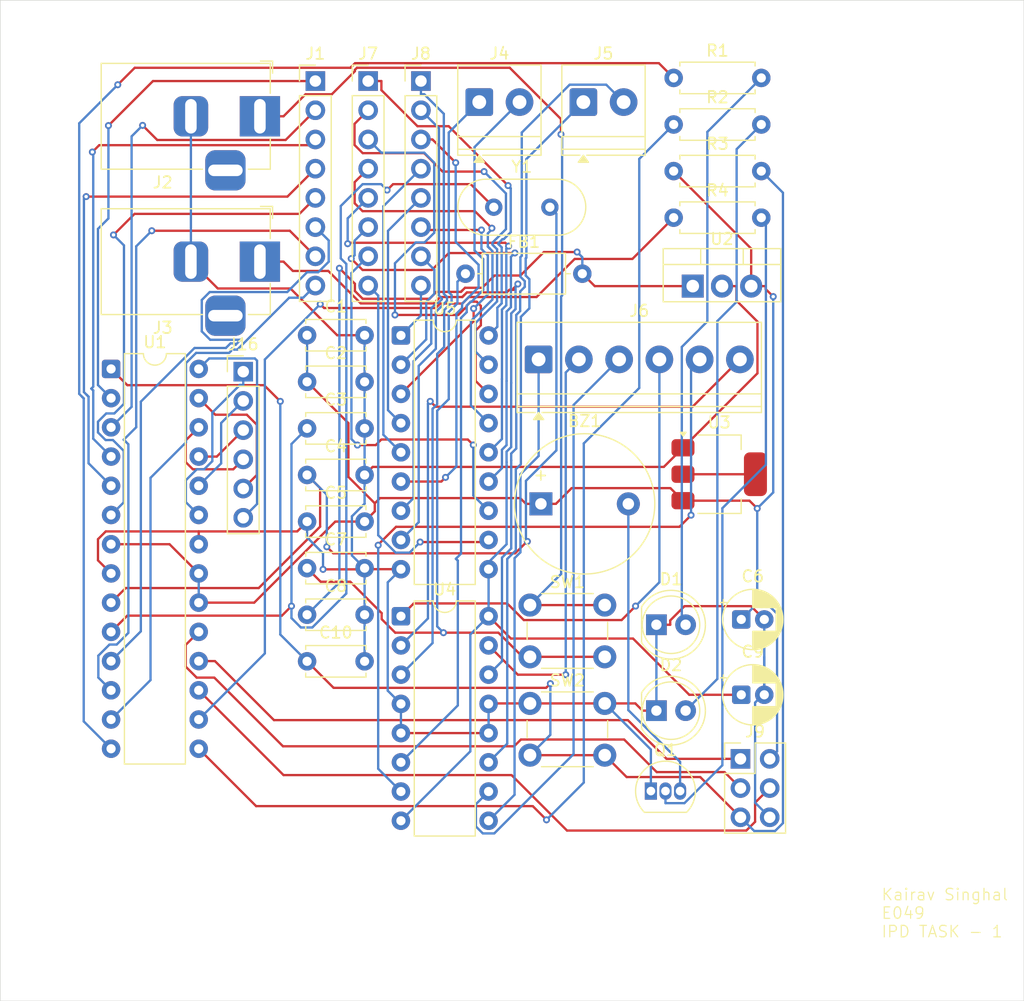
<source format=kicad_pcb>
(kicad_pcb (version 20241229) (generator "pcbnew") (generator_version "9.0")
  (layers (0 "F.Cu" signal) (2 "B.Cu" signal) (13 "F.Paste" user) (15 "B.Paste" user) (5 "F.SilkS" user "F.Silkscreen") (7 "B.SilkS" user "B.Silkscreen") (1 "F.Mask" user) (3 "B.Mask" user) (25 "Edge.Cuts" user))
  (net 0 "")
  (net 1 "Net-(BZ1--)")
  (net 2 "5V")
  (net 3 "GND")
  (net 4 "Net-(U1-XTAL2{slash}PB7)")
  (net 5 "Net-(U1-XTAL1{slash}PB6)")
  (net 6 "Net-(C7-Pad1)")
  (net 7 "Net-(U2-IN)")
  (net 8 "12V")
  (net 9 "RESET")
  (net 10 "Net-(D1-A)")
  (net 11 "Net-(D2-A)")
  (net 12 "Net-(J1-Pin_3)")
  (net 13 "Net-(J1-Pin_1)")
  (net 14 "Net-(J1-Pin_7)")
  (net 15 "Net-(J1-Pin_2)")
  (net 16 "Net-(J1-Pin_4)")
  (net 17 "Net-(J1-Pin_8)")
  (net 18 "Net-(J1-Pin_6)")
  (net 19 "Net-(J1-Pin_5)")
  (net 20 "Net-(J2-Pad1)")
  (net 21 "Net-(J4-Pin_1)")
  (net 22 "Net-(J4-Pin_2)")
  (net 23 "Net-(J5-Pin_2)")
  (net 24 "Net-(J5-Pin_1)")
  (net 25 "Net-(J6-Pin_6)")
  (net 26 "Net-(J6-Pin_4)")
  (net 27 "Net-(J6-Pin_5)")
  (net 28 "Net-(J6-Pin_1)")
  (net 29 "Net-(J6-Pin_2)")
  (net 30 "Net-(J6-Pin_3)")
  (net 31 "Net-(J7-Pin_1)")
  (net 32 "Net-(J7-Pin_6)")
  (net 33 "Net-(J7-Pin_5)")
  (net 34 "Net-(J7-Pin_2)")
  (net 35 "Net-(J7-Pin_7)")
  (net 36 "Net-(J7-Pin_8)")
  (net 37 "Net-(J7-Pin_4)")
  (net 38 "Net-(J7-Pin_3)")
  (net 39 "Net-(J8-Pin_4)")
  (net 40 "Net-(J8-Pin_8)")
  (net 41 "Net-(J8-Pin_6)")
  (net 42 "Net-(J8-Pin_5)")
  (net 43 "Net-(J8-Pin_7)")
  (net 44 "Net-(J8-Pin_1)")
  (net 45 "Net-(J8-Pin_2)")
  (net 46 "Net-(J8-Pin_3)")
  (net 47 "SCK")
  (net 48 "MISO")
  (net 49 "MOSI")
  (net 50 "Net-(J16-Pin_5)")
  (net 51 "Net-(J16-Pin_2)")
  (net 52 "Net-(J16-Pin_3)")
  (net 53 "Net-(J16-Pin_1)")
  (net 54 "Net-(J16-Pin_6)")
  (net 55 "Net-(J16-Pin_4)")
  (net 56 "Net-(Q1-G)")
  (net 57 "GPIO_FLAG_1")
  (net 58 "GPIO_FGAG_2")
  (net 59 "PWM1")
  (net 60 "+3V3")
  (footprint "Package_DIP:DIP-18_W7.62mm" (layer "F.Cu") (at 153.78 80.5875)
    (property "Reference" "U5")
    (property "Value" "ULN2803A")
  )
  (footprint "Connector_PinHeader_2.54mm:PinHeader_1x08_P2.54mm_Vertical" (layer "F.Cu") (at 150.93 58.4675)
    (property "Reference" "J7")
    (property "Value" "Conn_01x08")
  )
  (footprint "Capacitor_THT:C_Disc_D5.0mm_W2.5mm_P5.00mm" (layer "F.Cu") (at 145.62 88.6675)
    (property "Reference" "C3")
    (property "Value" "22pF")
  )
  (footprint "Capacitor_THT:C_Disc_D5.0mm_W2.5mm_P5.00mm" (layer "F.Cu") (at 145.62 96.7675)
    (property "Reference" "C5")
    (property "Value" "C")
  )
  (footprint "Buzzer_Beeper:Buzzer_12x9.5RM7.6" (layer "F.Cu") (at 165.95 95.2275)
    (property "Reference" "BZ1")
    (property "Value" "Buzzer")
  )
  (footprint "Connector_BarrelJack:BarrelJack_Horizontal" (layer "F.Cu") (at 141.52 74.1675)
    (property "Reference" "J3")
    (property "Value" "Barrel_Jack")
  )
  (footprint "TerminalBlock_Phoenix:TerminalBlock_Phoenix_PT-1,5-2-3.5-H_1x02_P3.50mm_Horizontal" (layer "F.Cu") (at 169.64 60.2975)
    (property "Reference" "J5")
    (property "Value" "Screw_Terminal_01x02")
  )
  (footprint "Resistor_THT:R_Axial_DIN0207_L6.3mm_D2.5mm_P7.62mm_Horizontal" (layer "F.Cu") (at 177.49 58.1975)
    (property "Reference" "R1")
    (property "Value" "R")
  )
  (footprint "TerminalBlock_Phoenix:TerminalBlock_Phoenix_PT-1,5-2-3.5-H_1x02_P3.50mm_Horizontal" (layer "F.Cu") (at 160.59 60.2975)
    (property "Reference" "J4")
    (property "Value" "Screw_Terminal_01x02")
  )
  (footprint "Resistor_THT:R_Axial_DIN0207_L6.3mm_D2.5mm_P7.62mm_Horizontal" (layer "F.Cu") (at 177.49 62.2475)
    (property "Reference" "R2")
    (property "Value" "R")
  )
  (footprint "Button_Switch_THT:SW_PUSH_6mm" (layer "F.Cu") (at 165 104.0275)
    (property "Reference" "SW1")
    (property "Value" "SW_Push")
  )
  (footprint "Capacitor_THT:C_Disc_D5.0mm_W2.5mm_P5.00mm" (layer "F.Cu") (at 145.62 92.7175)
    (property "Reference" "C4")
    (property "Value" "22pF")
  )
  (footprint "Capacitor_THT:C_Disc_D5.0mm_W2.5mm_P5.00mm" (layer "F.Cu") (at 145.62 80.5675)
    (property "Reference" "C1")
    (property "Value" "100nF")
  )
  (footprint "Package_DIP:DIP-28_W7.62mm" (layer "F.Cu") (at 128.58 83.4975)
    (property "Reference" "U1")
    (property "Value" "ATmega328P-P")
  )
  (footprint "Capacitor_THT:C_Disc_D5.0mm_W2.5mm_P5.00mm" (layer "F.Cu") (at 145.62 100.8175)
    (property "Reference" "C7")
    (property "Value" "1u")
  )
  (footprint "LED_THT:LED_D5.0mm" (layer "F.Cu") (at 175.99 105.7375)
    (property "Reference" "D1")
    (property "Value" "LED")
  )
  (footprint "TerminalBlock_Phoenix:TerminalBlock_Phoenix_PT-1,5-6-3.5-H_1x06_P3.50mm_Horizontal" (layer "F.Cu") (at 165.75 82.6675)
    (property "Reference" "J6")
    (property "Value" "Screw_Terminal_01x06")
  )
  (footprint "Resistor_THT:R_Axial_DIN0207_L6.3mm_D2.5mm_P7.62mm_Horizontal" (layer "F.Cu") (at 177.49 66.2975)
    (property "Reference" "R3")
    (property "Value" "R")
  )
  (footprint "LED_THT:LED_D5.0mm" (layer "F.Cu") (at 175.99 113.2075)
    (property "Reference" "D2")
    (property "Value" "LED")
  )
  (footprint "Inductor_THT:L_Axial_L7.0mm_D3.3mm_P10.16mm_Horizontal_Fastron_MICC" (layer "F.Cu") (at 159.39 75.2175)
    (property "Reference" "FB1")
    (property "Value" "FerriteBead")
  )
  (footprint "Connector_PinHeader_2.54mm:PinHeader_1x06_P2.54mm_Vertical" (layer "F.Cu") (at 140.07 83.7375)
    (property "Reference" "J16")
    (property "Value" "Conn_01x06")
  )
  (footprint "Package_TO_SOT_THT:TO-220-3_Vertical" (layer "F.Cu") (at 179.15 76.2975)
    (property "Reference" "U2")
    (property "Value" "L7805")
  )
  (footprint "Capacitor_THT:C_Disc_D5.0mm_W2.5mm_P5.00mm" (layer "F.Cu") (at 145.62 108.9175)
    (property "Reference" "C10")
    (property "Value" "1uf")
  )
  (footprint "Capacitor_THT:CP_Radial_D5.0mm_P2.00mm" (layer "F.Cu") (at 183.3698 111.8275)
    (property "Reference" "C9")
    (property "Value" "100uf")
  )
  (footprint "Package_TO_SOT_SMD:SOT-223-3_TabPin2" (layer "F.Cu") (at 181.45 92.6525)
    (property "Reference" "U3")
    (property "Value" "AMS1117-3.3")
  )
  (footprint "Connector_PinHeader_2.54mm:PinHeader_1x08_P2.54mm_Vertical" (layer "F.Cu") (at 155.52 58.4675)
    (property "Reference" "J8")
    (property "Value" "Conn_01x08")
  )
  (footprint "Connector_PinHeader_2.54mm:PinHeader_1x08_P2.54mm_Vertical" (layer "F.Cu") (at 146.34 58.4675)
    (property "Reference" "J1")
    (property "Value" "Conn_01x08")
  )
  (footprint "Connector_PinHeader_2.54mm:PinHeader_2x03_P2.54mm_Vertical" (layer "F.Cu") (at 183.3 117.3975)
    (property "Reference" "J9")
    (property "Value" "Conn_02x03_Odd_Even")
  )
  (footprint "Button_Switch_THT:SW_PUSH_6mm" (layer "F.Cu") (at 165 112.5775)
    (property "Reference" "SW2")
    (property "Value" "SW_Push")
  )
  (footprint "Capacitor_THT:C_Disc_D5.0mm_W2.5mm_P5.00mm" (layer "F.Cu") (at 145.62 84.6175)
    (property "Reference" "C2")
    (property "Value" "100nF")
  )
  (footprint "Capacitor_THT:CP_Radial_D5.0mm_P2.00mm" (layer "F.Cu") (at 183.3698 105.2775)
    (property "Reference" "C6")
    (property "Value" "10uf")
  )
  (footprint "Capacitor_THT:C_Disc_D5.0mm_W2.5mm_P5.00mm" (layer "F.Cu") (at 145.62 104.8675)
    (property "Reference" "C8")
    (property "Value" "1u")
  )
  (footprint "Crystal:Crystal_HC49-U_Vertical" (layer "F.Cu") (at 161.85 69.4375)
    (property "Reference" "Y1")
    (property "Value" "16MHz")
  )
  (footprint "Package_TO_SOT_THT:TO-92_Inline" (layer "F.Cu") (at 175.51 120.1975)
    (property "Reference" "Q1")
    (property "Value" "2N7000")
  )
  (footprint "Resistor_THT:R_Axial_DIN0207_L6.3mm_D2.5mm_P7.62mm_Horizontal" (layer "F.Cu") (at 177.49 70.3475)
    (property "Reference" "R4")
    (property "Value" "R")
  )
  (footprint "Package_DIP:DIP-16_W7.62mm" (layer "F.Cu") (at 153.78 104.9975)
    (property "Reference" "U4")
    (property "Value" "L293")
  )
  (footprint "Connector_BarrelJack:BarrelJack_Horizontal" (layer "F.Cu") (at 141.52 61.5325)
    (property "Reference" "J2")
    (property "Value" "Barrel_Jack")
  )
  (gr_rect (start 118.947253 51.447253) (end 207.940659 138.440659) (stroke (width 0.05)) (fill no) (layer "Edge.Cuts"))
  (gr_text "Kairav Singhal\nE049\nIPD TASK - 1" (at 195.5 133 0) (layer "F.SilkS") (effects (font (size 1 1) (thickness 0.1)) (justify left bottom)))
  (segment (start 178.05 120.1975) (end 178.05 117.6616) (width 0.2) (layer "B.Cu") (net 1))
  (segment (start 173.55 113.1616) (end 173.55 95.2275) (width 0.2) (layer "B.Cu") (net 1))
  (segment (start 178.05 117.6616) (end 173.55 113.1616) (width 0.2) (layer "B.Cu") (net 1))
  (segment (start 184.23 76.2975) (end 185.4842 76.2975) (width 0.2) (layer "F.Cu") (net 2))
  (segment (start 177.49 66.2975) (end 184.23 73.0375) (width 0.2) (layer "F.Cu") (net 2))
  (segment (start 165.95 95.2275) (end 164.6483 95.2275) (width 0.2) (layer "F.Cu") (net 2))
  (segment (start 149.2142 92.8872) (end 149.2142 88.2117) (width 0.2) (layer "F.Cu") (net 2))
  (segment (start 184.756 95.6269) (end 184.0816 94.9525) (width 0.2) (layer "F.Cu") (net 2))
  (segment (start 177.2076 93.8601) (end 178.3 94.9525) (width 0.2) (layer "F.Cu") (net 2))
  (segment (start 151.5065 95.881) (end 150.62 96.7675) (width 0.2) (layer "F.Cu") (net 2))
  (segment (start 151.961 94.725) (end 164.1458 94.725) (width 0.2) (layer "F.Cu") (net 2))
  (segment (start 151.5065 95.1795) (end 151.961 94.725) (width 0.2) (layer "F.Cu") (net 2))
  (segment (start 151.5065 95.1795) (end 151.5065 95.881) (width 0.2) (layer "F.Cu") (net 2))
  (segment (start 167.2517 95.2275) (end 168.6191 93.8601) (width 0.2) (layer "F.Cu") (net 2))
  (segment (start 128.58 98.7375) (end 133.66 98.7375) (width 0.2) (layer "F.Cu") (net 2))
  (segment (start 185.4842 76.5475) (end 186.1467 77.21) (width 0.2) (layer "F.Cu") (net 2))
  (segment (start 168.6191 93.8601) (end 177.2076 93.8601) (width 0.2) (layer "F.Cu") (net 2))
  (segment (start 149.2142 88.2117) (end 145.62 84.6175) (width 0.2) (layer "F.Cu") (net 2))
  (segment (start 185.4842 76.2975) (end 185.4842 76.5475) (width 0.2) (layer "F.Cu") (net 2))
  (segment (start 184.23 73.0375) (end 184.23 76.2975) (width 0.2) (layer "F.Cu") (net 2))
  (segment (start 151.5065 95.1795) (end 149.2142 92.8872) (width 0.2) (layer "F.Cu") (net 2))
  (segment (start 141.0237 103.8175) (end 136.2 103.8175) (width 0.2) (layer "F.Cu") (net 2))
  (segment (start 184.0816 94.9525) (end 178.3 94.9525) (width 0.2) (layer "F.Cu") (net 2))
  (segment (start 150.62 96.7675) (end 148.0737 96.7675) (width 0.2) (layer "F.Cu") (net 2))
  (segment (start 148.0737 96.7675) (end 141.0237 103.8175) (width 0.2) (layer "F.Cu") (net 2))
  (segment (start 164.1458 94.725) (end 164.6483 95.2275) (width 0.2) (layer "F.Cu") (net 2))
  (segment (start 133.66 98.7375) (end 136.2 101.2775) (width 0.2) (layer "F.Cu") (net 2))
  (segment (start 165.95 95.2275) (end 167.2517 95.2275) (width 0.2) (layer "F.Cu") (net 2))
  (via (at 186.1467 77.21) (size 0.6) (drill 0.3) (layers "F.Cu" "B.Cu") (net 2))
  (via (at 184.756 95.6269) (size 0.6) (drill 0.3) (layers "F.Cu" "B.Cu") (net 2))
  (segment (start 145.62 80.5675) (end 145.62 84.6175) (width 0.2) (layer "B.Cu") (net 2))
  (segment (start 186.1467 77.21) (end 186.1467 94.2362) (width 0.2) (layer "B.Cu") (net 2))
  (segment (start 185.84 117.3975) (end 186.4812 116.7563) (width 0.2) (layer "B.Cu") (net 2))
  (segment (start 185.5901 103.8913) (end 184.756 103.8913) (width 0.2) (layer "B.Cu") (net 2))
  (segment (start 186.1467 94.2362) (end 184.756 95.6269) (width 0.2) (layer "B.Cu") (net 2))
  (segment (start 186.4812 104.7824) (end 185.5901 103.8913) (width 0.2) (layer "B.Cu") (net 2))
  (segment (start 184.756 95.6269) (end 184.756 103.8913) (width 0.2) (layer "B.Cu") (net 2))
  (segment (start 186.4812 116.7563) (end 186.4812 104.7824) (width 0.2) (layer "B.Cu") (net 2))
  (segment (start 136.2 103.8175) (end 136.2 101.2775) (width 0.2) (layer "B.Cu") (net 2))
  (segment (start 184.756 103.8913) (end 183.3698 105.2775) (width 0.2) (layer "B.Cu") (net 2))
  (segment (start 151.32 92.0175) (end 150.62 92.7175) (width 0.2) (layer "F.Cu") (net 3))
  (segment (start 148.2367 80.5675) (end 150.62 80.5675) (width 0.2) (layer "F.Cu") (net 3))
  (segment (start 135.52 74.1675) (end 137.8548 76.5023) (width 0.2) (layer "F.Cu") (net 3))
  (segment (start 174.1583 112.5775) (end 174.7883 113.2075) (width 0.2) (layer "F.Cu") (net 3))
  (segment (start 128.1172 97.6235) (end 136.2 97.6235) (width 0.2) (layer "F.Cu") (net 3))
  (segment (start 171.5 112.5775) (end 165 112.5775) (width 0.2) (layer "F.Cu") (net 3))
  (segment (start 181.69 76.2975) (end 182.9442 76.2975) (width 0.2) (layer "F.Cu") (net 3))
  (segment (start 161.44 112.5775) (end 161.4 112.6175) (width 0.2) (layer "F.Cu") (net 3))
  (segment (start 184.7761 79.3836) (end 184.7761 83.8764) (width 0.2) (layer "F.Cu") (net 3))
  (segment (start 182.9442 76.2975) (end 182.9442 77.5517) (width 0.2) (layer "F.Cu") (net 3))
  (segment (start 136.2 97.6235) (end 136.2 98.7375) (width 0.2) (layer "F.Cu") (net 3))
  (segment (start 144.1715 76.5023) (end 148.2367 80.5675) (width 0.2) (layer "F.Cu") (net 3))
  (segment (start 184.7761 83.8764) (end 178.3 90.3525) (width 0.2) (layer "F.Cu") (net 3))
  (segment (start 178.4333 104.1204) (end 184.2127 104.1204) (width 0.2) (layer "F.Cu") (net 3))
  (segment (start 177.1917 105.7375) (end 177.1917 105.362) (width 0.2) (layer "F.Cu") (net 3))
  (segment (start 184.2127 104.1204) (end 185.3698 105.2775) (width 0.2) (layer "F.Cu") (net 3))
  (segment (start 178.3 90.3525) (end 176.635 92.0175) (width 0.2) (layer "F.Cu") (net 3))
  (segment (start 182.9442 77.5517) (end 184.7761 79.3836) (width 0.2) (layer "F.Cu") (net 3))
  (segment (start 171.5 112.5775) (end 174.1583 112.5775) (width 0.2) (layer "F.Cu") (net 3))
  (segment (start 161.4 115.1575) (end 153.78 115.1575) (width 0.2) (layer "F.Cu") (net 3))
  (segment (start 175.99 113.2075) (end 174.7883 113.2075) (width 0.2) (layer "F.Cu") (net 3))
  (segment (start 153.78 100.9075) (end 150.71 100.9075) (width 0.2) (layer "F.Cu") (net 3))
  (segment (start 150.71 100.9075) (end 150.62 100.8175) (width 0.2) (layer "F.Cu") (net 3))
  (segment (start 128.58 101.2775) (end 127.4413 100.1388) (width 0.2) (layer "F.Cu") (net 3))
  (segment (start 127.4413 100.1388) (end 127.4413 98.2994) (width 0.2) (layer "F.Cu") (net 3))
  (segment (start 147.0068 100.9231) (end 150.5144 100.9231) (width 0.2) (layer "F.Cu") (net 3))
  (segment (start 144.764 97.6235) (end 145.62 96.7675) (width 0.2) (layer "F.Cu") (net 3))
  (segment (start 127.4413 98.2994) (end 128.1172 97.6235) (width 0.2) (layer "F.Cu") (net 3))
  (segment (start 150.5144 100.9231) (end 150.62 100.8175) (width 0.2) (layer "F.Cu") (net 3))
  (segment (start 137.8548 76.5023) (end 144.1715 76.5023) (width 0.2) (layer "F.Cu") (net 3))
  (segment (start 176.635 92.0175) (end 151.32 92.0175) (width 0.2) (layer "F.Cu") (net 3))
  (segment (start 177.1917 105.362) (end 178.4333 104.1204) (width 0.2) (layer "F.Cu") (net 3))
  (segment (start 165 112.5775) (end 161.44 112.5775) (width 0.2) (layer "F.Cu") (net 3))
  (segment (start 136.2 97.6235) (end 144.764 97.6235) (width 0.2) (layer "F.Cu") (net 3))
  (segment (start 175.99 105.7375) (end 177.1917 105.7375) (width 0.2) (layer "F.Cu") (net 3))
  (via (at 147.0068 100.9231) (size 0.6) (drill 0.3) (layers "F.Cu" "B.Cu") (net 3))
  (segment (start 184.57 121.2075) (end 185.84 122.4775) (width 0.2) (layer "B.Cu") (net 3))
  (segment (start 175.99 113.2075) (end 175.99 105.7375) (width 0.2) (layer "B.Cu") (net 3))
  (segment (start 185.3698 108.5525) (end 185.3698 111.7068) (width 0.2) (layer "B.Cu") (net 3))
  (segment (start 152.633 102.0545) (end 152.633 111.4705) (width 0.2) (layer "B.Cu") (net 3))
  (segment (start 175.51 116.5875) (end 171.5 112.5775) (width 0.2) (layer "B.Cu") (net 3))
  (segment (start 152.633 111.4705) (end 153.78 112.6175) (width 0.2) (layer "B.Cu") (net 3))
  (segment (start 150.62 95.2096) (end 150.6199 95.2096) (width 0.2) (layer "B.Cu") (net 3))
  (segment (start 161.4 115.1575) (end 161.4 112.6175) (width 0.2) (layer "B.Cu") (net 3))
  (segment (start 145.62 98.1414) (end 147.0068 99.5282) (width 0.2) (layer "B.Cu") (net 3))
  (segment (start 150.62 92.7175) (end 150.62 88.6675) (width 0.2) (layer "B.Cu") (net 3))
  (segment (start 150.62 104.8675) (end 150.62 100.8175) (width 0.2) (layer "B.Cu") (net 3))
  (segment (start 147.0068 99.5282) (end 147.0068 100.9231) (width 0.2) (layer "B.Cu") (net 3))
  (segment (start 149.5183 96.3112) (end 149.5183 99.7158) (width 0.2) (layer "B.Cu") (net 3))
  (segment (start 153.78 112.6175) (end 153.78 115.1575) (width 0.2) (layer "B.Cu") (net 3))
  (segment (start 184.57 112.5066) (end 184.57 121.2075) (width 0.2) (layer "B.Cu") (net 3))
  (segment (start 150.62 92.7175) (end 150.62 95.2096) (width 0.2) (layer "B.Cu") (net 3))
  (segment (start 150.6199 95.2096) (end 149.5183 96.3112) (width 0.2) (layer "B.Cu") (net 3))
  (segment (start 175.51 120.1975) (end 175.51 116.5875) (width 0.2) (layer "B.Cu") (net 3))
  (segment (start 153.78 100.9075) (end 152.633 102.0545) (width 0.2) (layer "B.Cu") (net 3))
  (segment (start 185.3698 108.5525) (end 185.3698 105.2775) (width 0.2) (layer "B.Cu") (net 3))
  (segment (start 185.3698 111.7068) (end 184.57 112.5066) (width 0.2) (layer "B.Cu") (net 3))
  (segment (start 150.62 84.6175) (end 150.62 88.6675) (width 0.2) (layer "B.Cu") (net 3))
  (segment (start 145.62 96.7675) (end 145.62 98.1414) (width 0.2) (layer "B.Cu") (net 3))
  (segment (start 185.3698 111.8275) (end 185.3698 108.5525) (width 0.2) (layer "B.Cu") (net 3))
  (segment (start 150.62 84.6175) (end 150.62 80.5675) (width 0.2) (layer "B.Cu") (net 3))
  (segment (start 135.52 61.5325) (end 135.52 74.1675) (width 0.2) (layer "B.Cu") (net 3))
  (segment (start 149.5183 99.7158) (end 150.62 100.8175) (width 0.2) (layer "B.Cu") (net 3))
  (segment (start 150.62 108.9175) (end 150.62 104.8675) (width 0.2) (layer "B.Cu") (net 3))
  (segment (start 144.263 104.1161) (end 143.4332 104.9459) (width 0.2) (layer "F.Cu") (net 4))
  (segment (start 159.844 67.4315) (end 153.0961 67.4315) (width 0.2) (layer "F.Cu") (net 4))
  (segment (start 153.0961 67.4315) (end 152.5784 67.9492) (width 0.2) (layer "F.Cu") (net 4))
  (segment (start 143.4332 104.9459) (end 129.9916 104.9459) (width 0.2) (layer "F.Cu") (net 4))
  (segment (start 161.85 69.4375) (end 159.844 67.4315) (width 0.2) (layer "F.Cu") (net 4))
  (segment (start 129.9916 104.9459) (end 128.58 106.3575) (width 0.2) (layer "F.Cu") (net 4))
  (via (at 152.5784 67.9492) (size 0.6) (drill 0.3) (layers "F.Cu" "B.Cu") (net 4))
  (via (at 144.263 104.1161) (size 0.6) (drill 0.3) (layers "F.Cu" "B.Cu") (net 4))
  (segment (start 150.4513 67.4315) (end 152.0607 67.4315) (width 0.2) (layer "B.Cu") (net 4))
  (segment (start 145.0785 105.9755) (end 146.0755 105.9755) (width 0.2) (layer "B.Cu") (net 4))
  (segment (start 144.263 104.1161) (end 144.263 105.16) (width 0.2) (layer "B.Cu") (net 4))
  (segment (start 149.0315 103.0195) (end 149.0315 74.3691) (width 0.2) (layer "B.Cu") (net 4))
  (segment (start 149.0315 74.3691) (end 148.5478 73.8854) (width 0.2) (layer "B.Cu") (net 4))
  (segment (start 152.0607 67.4315) (end 152.5784 67.9492) (width 0.2) (layer "B.Cu") (net 4))
  (segment (start 144.263 105.16) (end 145.0785 105.9755) (width 0.2) (layer "B.Cu") (net 4))
  (segment (start 144.263 90.0245) (end 144.263 104.1161) (width 0.2) (layer "B.Cu") (net 4))
  (segment (start 146.0755 105.9755) (end 149.0315 103.0195) (width 0.2) (layer "B.Cu") (net 4))
  (segment (start 145.62 88.6675) (end 144.263 90.0245) (width 0.2) (layer "B.Cu") (net 4))
  (segment (start 148.5478 73.8854) (end 148.5478 69.335) (width 0.2) (layer "B.Cu") (net 4))
  (segment (start 148.5478 69.335) (end 150.4513 67.4315) (width 0.2) (layer "B.Cu") (net 4))
  (segment (start 146.7544 93.8519) (end 145.62 92.7175) (width 0.2) (layer "F.Cu") (net 5))
  (segment (start 163.7151 99.5269) (end 147.9018 99.5269) (width 0.2) (layer "F.Cu") (net 5))
  (segment (start 164.7465 98.4955) (end 163.7151 99.5269) (width 0.2) (layer "F.Cu") (net 5))
  (segment (start 147.9018 99.5269) (end 147.3351 98.9602) (width 0.2) (layer "F.Cu") (net 5))
  (segment (start 129.85 102.5475) (end 141.4173 102.5475) (width 0.2) (layer "F.Cu") (net 5))
  (segment (start 128.58 103.8175) (end 129.85 102.5475) (width 0.2) (layer "F.Cu") (net 5))
  (segment (start 146.7544 97.2104) (end 146.7544 93.8519) (width 0.2) (layer "F.Cu") (net 5))
  (segment (start 164.7465 98.4955) (end 164.7719 98.4955) (width 0.2) (layer "F.Cu") (net 5))
  (segment (start 141.4173 102.5475) (end 146.7544 97.2104) (width 0.2) (layer "F.Cu") (net 5))
  (via (at 147.3351 98.9602) (size 0.6) (drill 0.3) (layers "F.Cu" "B.Cu") (net 5))
  (via (at 164.7719 98.4955) (size 0.6) (drill 0.3) (layers "F.Cu" "B.Cu") (net 5))
  (segment (start 147.3351 94.4326) (end 145.62 92.7175) (width 0.2) (layer "B.Cu") (net 5))
  (segment (start 167.2961 70.0036) (end 167.2961 90.5781) (width 0.2) (layer "B.Cu") (net 5))
  (segment (start 167.2961 90.5781) (end 164.6483 93.2259) (width 0.2) (layer "B.Cu") (net 5))
  (segment (start 164.7465 98.4955) (end 164.7719 98.4955) (width 0.2) (layer "B.Cu") (net 5))
  (segment (start 147.3351 98.9602) (end 147.3351 94.4326) (width 0.2) (layer "B.Cu") (net 5))
  (segment (start 164.6483 93.2259) (end 164.6483 98.3973) (width 0.2) (layer "B.Cu") (net 5))
  (segment (start 164.6483 98.3973) (end 164.7465 98.4955) (width 0.2) (layer "B.Cu") (net 5))
  (segment (start 166.73 69.4375) (end 167.2961 70.0036) (width 0.2) (layer "B.Cu") (net 5))
  (segment (start 162.2569 106.4292) (end 157.477 106.4292) (width 0.2) (layer "F.Cu") (net 6))
  (segment (start 152.1033 105.2476) (end 152.1033 104.726) (width 0.2) (layer "F.Cu") (net 6))
  (segment (start 149.3775 102.0002) (end 146.8027 102.0002) (width 0.2) (layer "F.Cu") (net 6))
  (segment (start 152.1033 104.726) (end 149.3775 102.0002) (width 0.2) (layer "F.Cu") (net 6))
  (segment (start 171.5 108.5275) (end 165 108.5275) (width 0.2) (layer "F.Cu") (net 6))
  (segment (start 153.2849 106.4292) (end 152.1033 105.2476) (width 0.2) (layer "F.Cu") (net 6))
  (segment (start 146.8027 102.0002) (end 145.62 100.8175) (width 0.2) (layer "F.Cu") (net 6))
  (segment (start 165 108.5275) (end 164.3552 108.5275) (width 0.2) (layer "F.Cu") (net 6))
  (segment (start 164.3552 108.5275) (end 162.2569 106.4292) (width 0.2) (layer "F.Cu") (net 6))
  (segment (start 157.477 106.4292) (end 153.2849 106.4292) (width 0.2) (layer "F.Cu") (net 6))
  (via (at 157.477 106.4292) (size 0.6) (drill 0.3) (layers "F.Cu" "B.Cu") (net 6))
  (segment (start 156.9307 105.8829) (end 157.477 106.4292) (width 0.2) (layer "B.Cu") (net 6))
  (segment (start 157.9381 78.5511) (end 157.9381 86.1241) (width 0.2) (layer "B.Cu") (net 6))
  (segment (start 158.6937 75.9138) (end 158.6937 77.7955) (width 0.2) (layer "B.Cu") (net 6))
  (segment (start 159.39 75.2175) (end 158.6937 75.9138) (width 0.2) (layer "B.Cu") (net 6))
  (segment (start 157.9381 86.1241) (end 156.9307 87.1315) (width 0.2) (layer "B.Cu") (net 6))
  (segment (start 158.6937 77.7955) (end 157.9381 78.5511) (width 0.2) (layer "B.Cu") (net 6))
  (segment (start 156.9307 87.1315) (end 156.9307 105.8829) (width 0.2) (layer "B.Cu") (net 6))
  (segment (start 164.1664 75.3768) (end 161.9132 75.3768) (width 0.2) (layer "F.Cu") (net 7))
  (segment (start 156.8694 76.7998) (end 156.27 77.3992) (width 0.2) (layer "F.Cu") (net 7))
  (segment (start 160.8473 76.4427) (end 159.3508 76.4427) (width 0.2) (layer "F.Cu") (net 7))
  (segment (start 159.1154 76.6781) (end 158.9937 76.7998) (width 0.2) (layer "F.Cu") (net 7))
  (segment (start 149.7783 76.0924) (end 148.4298 74.7439) (width 0.2) (layer "F.Cu") (net 7))
  (segment (start 159.3508 76.4427) (end 159.1154 76.6781) (width 0.2) (layer "F.Cu") (net 7))
  (segment (start 170.63 76.2975) (end 169.55 75.2175) (width 0.2) (layer "F.Cu") (net 7))
  (segment (start 149.7783 76.7245) (end 149.7783 76.0924) (width 0.2) (layer "F.Cu") (net 7))
  (segment (start 166.2082 73.335) (end 164.1664 75.3768) (width 0.2) (layer "F.Cu") (net 7))
  (segment (start 159.1154 76.6781) (end 158.9937 76.7998) (width 0.2) (layer "F.Cu") (net 7))
  (segment (start 169.0967 73.335) (end 166.2082 73.335) (width 0.2) (layer "F.Cu") (net 7))
  (segment (start 156.27 77.3992) (end 150.453 77.3992) (width 0.2) (layer "F.Cu") (net 7))
  (segment (start 161.9132 75.3768) (end 160.8473 76.4427) (width 0.2) (layer "F.Cu") (net 7))
  (segment (start 179.15 76.2975) (end 170.63 76.2975) (width 0.2) (layer "F.Cu") (net 7))
  (segment (start 158.9937 76.7998) (end 156.8694 76.7998) (width 0.2) (layer "F.Cu") (net 7))
  (segment (start 150.453 77.3992) (end 149.7783 76.7245) (width 0.2) (layer "F.Cu") (net 7))
  (via (at 169.0967 73.335) (size 0.6) (drill 0.3) (layers "F.Cu" "B.Cu") (net 7))
  (via (at 148.4298 74.7439) (size 0.6) (drill 0.3) (layers "F.Cu" "B.Cu") (net 7))
  (segment (start 148.4298 102.0577) (end 145.62 104.8675) (width 0.2) (layer "B.Cu") (net 7))
  (segment (start 169.55 73.7883) (end 169.55 75.2175) (width 0.2) (layer "B.Cu") (net 7))
  (segment (start 169.0967 73.335) (end 169.55 73.7883) (width 0.2) (layer "B.Cu") (net 7))
  (segment (start 148.4298 74.7439) (end 148.4298 102.0577) (width 0.2) (layer "B.Cu") (net 7))
  (segment (start 159.2817 77.0798) (end 159.1154 77.2461) (width 0.2) (layer "F.Cu") (net 8))
  (segment (start 150.2867 77.8009) (end 156.6365 77.8009) (width 0.2) (layer "F.Cu") (net 8))
  (segment (start 163.2047 76.6213) (end 162.9816 76.8444) (width 0.2) (layer "F.Cu") (net 8))
  (segment (start 159.1154 77.2461) (end 157.1913 77.2461) (width 0.2) (layer "F.Cu") (net 8))
  (segment (start 156.8719 77.5655) (end 157.0367 77.4007) (width 0.2) (layer "F.Cu") (net 8))
  (segment (start 159.2817 77.0798) (end 159.1154 77.2461) (width 0.2) (layer "F.Cu") (net 8))
  (segment (start 141.52 74.1675) (end 143.5717 74.1675) (width 0.2) (layer "F.Cu") (net 8))
  (segment (start 159.5171 76.8444) (end 159.2817 77.0798) (width 0.2) (layer "F.Cu") (net 8))
  (segment (start 156.6365 77.8009) (end 156.8719 77.5655) (width 0.2) (layer "F.Cu") (net 8))
  (segment (start 157.1913 77.2461) (end 157.0367 77.4007) (width 0.2) (layer "F.Cu") (net 8))
  (segment (start 163.2047 76.6213) (end 163.5662 76.6213) (width 0.2) (layer "F.Cu") (net 8))
  (segment (start 163.5662 76.4927) (end 163.9444 76.1145) (width 0.2) (layer "F.Cu") (net 8))
  (segment (start 144.3817 74.9775) (end 147.4633 74.9775) (width 0.2) (layer "F.Cu") (net 8))
  (segment (start 143.5717 74.1675) (end 144.3817 74.9775) (width 0.2) (layer "F.Cu") (net 8))
  (segment (start 173.9575 106.9377) (end 178.8473 111.8275) (width 0.2) (layer "F.Cu") (net 8))
  (segment (start 163.3402 106.9377) (end 173.9575 106.9377) (width 0.2) (layer "F.Cu") (net 8))
  (segment (start 162.9816 76.8444) (end 159.5171 76.8444) (width 0.2) (layer "F.Cu") (net 8))
  (segment (start 147.4633 74.9775) (end 150.2867 77.8009) (width 0.2) (layer "F.Cu") (net 8))
  (segment (start 178.8473 111.8275) (end 183.3698 111.8275) (width 0.2) (layer "F.Cu") (net 8))
  (segment (start 161.4 104.9975) (end 163.3402 106.9377) (width 0.2) (layer "F.Cu") (net 8))
  (segment (start 163.5662 76.6213) (end 163.5662 76.4927) (width 0.2) (layer "F.Cu") (net 8))
  (segment (start 156.8719 77.5655) (end 157.0367 77.4007) (width 0.2) (layer "F.Cu") (net 8))
  (via (at 163.9444 76.1145) (size 0.6) (drill 0.3) (layers "F.Cu" "B.Cu") (net 8))
  (segment (start 163.3661 84.7106) (end 163.3661 78.6742) (width 0.2) (layer "B.Cu") (net 8))
  (segment (start 162.965 91.8858) (end 162.9651 91.8857) (width 0.2) (layer "B.Cu") (net 8))
  (segment (start 163.7443 78.296) (end 163.7443 76.3146) (width 0.2) (layer "B.Cu") (net 8))
  (segment (start 163.3637 90.2895) (end 163.3637 84.713) (width 0.2) (layer "B.Cu") (net 8))
  (segment (start 162.9651 91.6029) (end 162.9629 91.6007) (width 0.2) (layer "B.Cu") (net 8))
  (segment (start 162.9651 91.8857) (end 162.9651 91.6029) (width 0.2) (layer "B.Cu") (net 8))
  (segment (start 161.4 100.9075) (end 161.4 100.3035) (width 0.2) (layer "B.Cu") (net 8))
  (segment (start 162.9629 91.6007) (end 162.9629 90.6903) (width 0.2) (layer "B.Cu") (net 8))
  (segment (start 161.4 100.3035) (end 162.965 98.7385) (width 0.2) (layer "B.Cu") (net 8))
  (segment (start 162.965 98.7385) (end 162.965 91.8858) (width 0.2) (layer "B.Cu") (net 8))
  (segment (start 163.7443 76.3146) (end 163.9444 76.1145) (width 0.2) (layer "B.Cu") (net 8))
  (segment (start 159.8137 106.5838) (end 159.8137 116.7438) (width 0.2) (layer "B.Cu") (net 8))
  (segment (start 162.9629 90.6903) (end 163.3637 90.2895) (width 0.2) (layer "B.Cu") (net 8))
  (segment (start 159.8137 116.7438) (end 153.78 122.7775) (width 0.2) (layer "B.Cu") (net 8))
  (segment (start 161.4 104.9975) (end 159.8137 106.5838) (width 0.2) (layer "B.Cu") (net 8))
  (segment (start 161.4 104.9975) (end 161.4 100.9075) (width 0.2) (layer "B.Cu") (net 8))
  (segment (start 163.3661 78.6742) (end 163.7443 78.296) (width 0.2) (layer "B.Cu") (net 8))
  (segment (start 163.3637 84.713) (end 163.3661 84.7106) (width 0.2) (layer "B.Cu") (net 8))
  (segment (start 165 117.0775) (end 171.5 117.0775) (width 0.2) (layer "F.Cu") (net 9))
  (segment (start 179.8032 118.9807) (end 173.4032 118.9807) (width 0.2) (layer "F.Cu") (net 9))
  (segment (start 141.8868 84.9114) (end 129.9939 84.9114) (width 0.2) (layer "F.Cu") (net 9))
  (segment (start 166.4025 111.2247) (end 147.9272 111.2247) (width 0.2) (layer "F.Cu") (net 9))
  (segment (start 166.7707 110.8565) (end 166.4025 111.2247) (width 0.2) (layer "F.Cu") (net 9))
  (segment (start 143.2913 86.3159) (end 141.8868 84.9114) (width 0.2) (layer "F.Cu") (net 9))
  (segment (start 183.3 122.4775) (end 179.8032 118.9807) (width 0.2) (layer "F.Cu") (net 9))
  (segment (start 173.4032 118.9807) (end 171.5 117.0775) (width 0.2) (layer "F.Cu") (net 9))
  (segment (start 129.9939 84.9114) (end 128.58 83.4975) (width 0.2) (layer "F.Cu") (net 9))
  (segment (start 147.9272 111.2247) (end 145.62 108.9175) (width 0.2) (layer "F.Cu") (net 9))
  (via (at 143.2913 86.3159) (size 0.6) (drill 0.3) (layers "F.Cu" "B.Cu") (net 9))
  (via (at 166.7707 110.8565) (size 0.6) (drill 0.3) (layers "F.Cu" "B.Cu") (net 9))
  (segment (start 165 117.0775) (end 166.7707 115.3068) (width 0.2) (layer "B.Cu") (net 9))
  (segment (start 186.3066 123.6695) (end 184.492 123.6695) (width 0.2) (layer "B.Cu") (net 9))
  (segment (start 184.492 123.6695) (end 183.3 122.4775) (width 0.2) (layer "B.Cu") (net 9))
  (segment (start 166.7707 115.3068) (end 166.7707 110.8565) (width 0.2) (layer "B.Cu") (net 9))
  (segment (start 143.2913 106.5888) (end 143.2913 86.3159) (width 0.2) (layer "B.Cu") (net 9))
  (segment (start 186.9924 68.1799) (end 186.9924 122.9837) (width 0.2) (layer "B.Cu") (net 9))
  (segment (start 186.9924 122.9837) (end 186.3066 123.6695) (width 0.2) (layer "B.Cu") (net 9))
  (segment (start 185.11 66.2975) (end 186.9924 68.1799) (width 0.2) (layer "B.Cu") (net 9))
  (segment (start 145.62 108.9175) (end 143.2913 106.5888) (width 0.2) (layer "B.Cu") (net 9))
  (segment (start 178.1988 105.4063) (end 178.1988 81.5864) (width 0.2) (layer "B.Cu") (net 10))
  (segment (start 178.53 105.7375) (end 178.1988 105.4063) (width 0.2) (layer "B.Cu") (net 10))
  (segment (start 178.1988 81.5864) (end 180.4198 79.3654) (width 0.2) (layer "B.Cu") (net 10))
  (segment (start 180.4198 79.3654) (end 180.4198 62.8877) (width 0.2) (layer "B.Cu") (net 10))
  (segment (start 180.4198 62.8877) (end 185.11 58.1975) (width 0.2) (layer "B.Cu") (net 10))
  (segment (start 182.966 77.6576) (end 182.966 64.3915) (width 0.2) (layer "B.Cu") (net 11))
  (segment (start 181.2897 110.4478) (end 181.2897 79.3339) (width 0.2) (layer "B.Cu") (net 11))
  (segment (start 178.53 113.2075) (end 181.2897 110.4478) (width 0.2) (layer "B.Cu") (net 11))
  (segment (start 181.2897 79.3339) (end 182.966 77.6576) (width 0.2) (layer "B.Cu") (net 11))
  (segment (start 182.966 64.3915) (end 185.11 62.2475) (width 0.2) (layer "B.Cu") (net 11))
  (segment (start 126.9514 64.6393) (end 127.5455 64.0452) (width 0.2) (layer "F.Cu") (net 12))
  (segment (start 145.8423 64.0452) (end 146.34 63.5475) (width 0.2) (layer "F.Cu") (net 12))
  (segment (start 127.5455 64.0452) (end 145.8423 64.0452) (width 0.2) (layer "F.Cu") (net 12))
  (via (at 126.9514 64.6393) (size 0.6) (drill 0.3) (layers "F.Cu" "B.Cu") (net 12))
  (segment (start 127.0288 64.7167) (end 127.0288 85.0407) (width 0.2) (layer "B.Cu") (net 12))
  (segment (start 127.0288 85.0407) (end 126.8625 85.207) (width 0.2) (layer "B.Cu") (net 12))
  (segment (start 127.0288 89.5663) (end 128.58 91.1175) (width 0.2) (layer "B.Cu") (net 12))
  (segment (start 126.8625 85.207) (end 127.0288 85.3733) (width 0.2) (layer "B.Cu") (net 12))
  (segment (start 126.9514 64.6393) (end 127.0288 64.7167) (width 0.2) (layer "B.Cu") (net 12))
  (segment (start 126.8625 85.207) (end 127.0288 85.3733) (width 0.2) (layer "B.Cu") (net 12))
  (segment (start 127.0288 85.3733) (end 127.0288 89.5663) (width 0.2) (layer "B.Cu") (net 12))
  (segment (start 132.2226 58.4675) (end 128.3488 62.3413) (width 0.2) (layer "F.Cu") (net 13))
  (segment (start 146.34 58.4675) (end 132.2226 58.4675) (width 0.2) (layer "F.Cu") (net 13))
  (via (at 128.3488 62.3413) (size 0.6) (drill 0.3) (layers "F.Cu" "B.Cu") (net 13))
  (segment (start 128.3488 70.4132) (end 127.4413 71.3207) (width 0.2) (layer "B.Cu") (net 13))
  (segment (start 128.3488 62.3413) (end 128.3488 70.4132) (width 0.2) (layer "B.Cu") (net 13))
  (segment (start 127.4413 84.8988) (end 128.58 86.0375) (width 0.2) (layer "B.Cu") (net 13))
  (segment (start 127.4413 71.3207) (end 127.4413 84.8988) (width 0.2) (layer "B.Cu") (net 13))
  (segment (start 144.1149 71.4824) (end 146.34 73.7075) (width 0.2) (layer "F.Cu") (net 14))
  (segment (start 132.1194 71.4824) (end 144.1149 71.4824) (width 0.2) (layer "F.Cu") (net 14))
  (via (at 132.1194 71.4824) (size 0.6) (drill 0.3) (layers "F.Cu" "B.Cu") (net 14))
  (segment (start 130.7653 88.5657) (end 130.7653 72.8365) (width 0.2) (layer "B.Cu") (net 14))
  (segment (start 129.848 89.8156) (end 129.6817 89.6493) (width 0.2) (layer "B.Cu") (net 14))
  (segment (start 127.472 108.4279) (end 128.4407 107.4592) (width 0.2) (layer "B.Cu") (net 14))
  (segment (start 129.0674 107.4592) (end 130.0834 106.4432) (width 0.2) (layer "B.Cu") (net 14))
  (segment (start 130.0834 90.051) (end 129.848 89.8156) (width 0.2) (layer "B.Cu") (net 14))
  (segment (start 130.7653 72.8365) (end 132.1194 71.4824) (width 0.2) (layer "B.Cu") (net 14))
  (segment (start 129.848 89.8156) (end 129.6817 89.6493) (width 0.2) (layer "B.Cu") (net 14))
  (segment (start 128.4407 107.4592) (end 129.0674 107.4592) (width 0.2) (layer "B.Cu") (net 14))
  (segment (start 129.6817 89.6493) (end 130.7653 88.5657) (width 0.2) (layer "B.Cu") (net 14))
  (segment (start 128.58 111.4375) (end 127.472 110.3295) (width 0.2) (layer "B.Cu") (net 14))
  (segment (start 130.0834 106.4432) (end 130.0834 90.051) (width 0.2) (layer "B.Cu") (net 14))
  (segment (start 127.472 110.3295) (end 127.472 108.4279) (width 0.2) (layer "B.Cu") (net 14))
  (segment (start 146.34 61.0075) (end 143.754 63.5935) (width 0.2) (layer "F.Cu") (net 15))
  (segment (start 143.754 63.5935) (end 132.5936 63.5935) (width 0.2) (layer "F.Cu") (net 15))
  (segment (start 132.5936 63.5935) (end 131.3213 62.3212) (width 0.2) (layer "F.Cu") (net 15))
  (via (at 131.3213 62.3212) (size 0.6) (drill 0.3) (layers "F.Cu" "B.Cu") (net 15))
  (segment (start 128.58 88.5775) (end 130.3636 86.7939) (width 0.2) (layer "B.Cu") (net 15))
  (segment (start 130.3636 63.2789) (end 131.3213 62.3212) (width 0.2) (layer "B.Cu") (net 15))
  (segment (start 130.3636 86.7939) (end 130.3636 63.2789) (width 0.2) (layer "B.Cu") (net 15))
  (segment (start 143.9118 68.5157) (end 146.34 66.0875) (width 0.2) (layer "F.Cu") (net 16))
  (segment (start 126.4109 68.5157) (end 143.9118 68.5157) (width 0.2) (layer "F.Cu") (net 16))
  (via (at 126.4109 68.5157) (size 0.6) (drill 0.3) (layers "F.Cu" "B.Cu") (net 16))
  (segment (start 126.4548 85.7457) (end 126.6211 85.912) (width 0.2) (layer "B.Cu") (net 16))
  (segment (start 126.2194 68.7072) (end 126.2194 85.5103) (width 0.2) (layer "B.Cu") (net 16))
  (segment (start 126.2194 85.5103) (end 126.4548 85.7457) (width 0.2) (layer "B.Cu") (net 16))
  (segment (start 126.6211 91.6986) (end 128.58 93.6575) (width 0.2) (layer "B.Cu") (net 16))
  (segment (start 126.4109 68.5157) (end 126.2194 68.7072) (width 0.2) (layer "B.Cu") (net 16))
  (segment (start 126.6211 85.912) (end 126.6211 91.6986) (width 0.2) (layer "B.Cu") (net 16))
  (segment (start 126.4548 85.7457) (end 126.6211 85.912) (width 0.2) (layer "B.Cu") (net 16))
  (segment (start 135.091 82.9859) (end 135.091 89.8809) (width 0.2) (layer "B.Cu") (net 17))
  (segment (start 132.0095 92.9624) (end 132.0095 110.548) (width 0.2) (layer "B.Cu") (net 17))
  (segment (start 139.014 81.7926) (end 139.014 81.934) (width 0.2) (layer "B.Cu") (net 17))
  (segment (start 138.8444 82.1036) (end 135.9733 82.1036) (width 0.2) (layer "B.Cu") (net 17))
  (segment (start 139.2728 81.8166) (end 139.1727 81.7165) (width 0.2) (layer "B.Cu") (net 17))
  (segment (start 132.0095 110.548) (end 128.58 113.9775) (width 0.2) (layer "B.Cu") (net 17))
  (segment (start 144.067 77.3054) (end 144.067 77.3055) (width 0.2) (layer "B.Cu") (net 17))
  (segment (start 139.0901 81.7165) (end 139.014 81.7926) (width 0.2) (layer "B.Cu") (net 17))
  (segment (start 135.091 89.8809) (end 132.0095 92.9624) (width 0.2) (layer "B.Cu") (net 17))
  (segment (start 139.014 81.934) (end 138.8444 82.1036) (width 0.2) (layer "B.Cu") (net 17))
  (segment (start 139.1727 81.7165) (end 139.0901 81.7165) (width 0.2) (layer "B.Cu") (net 17))
  (segment (start 145.2821 77.3054) (end 144.067 77.3054) (width 0.2) (layer "B.Cu") (net 17))
  (segment (start 146.34 76.2475) (end 145.2821 77.3054) (width 0.2) (layer "B.Cu") (net 17))
  (segment (start 135.9733 82.1036) (end 135.091 82.9859) (width 0.2) (layer "B.Cu") (net 17))
  (segment (start 139.5559 81.8166) (end 139.2728 81.8166) (width 0.2) (layer "B.Cu") (net 17))
  (segment (start 144.067 77.3055) (end 139.5559 81.8166) (width 0.2) (layer "B.Cu") (net 17))
  (segment (start 131.167 106.3105) (end 128.58 108.8975) (width 0.2) (layer "B.Cu") (net 18))
  (segment (start 139.4143 81.3901) (end 139.2977 81.2735) (width 0.2) (layer "B.Cu") (net 18))
  (segment (start 137.1561 76.8125) (end 136.465 77.5036) (width 0.2) (layer "B.Cu") (net 18))
  (segment (start 146.34 71.1675) (end 147.5003 72.3278) (width 0.2) (layer "B.Cu") (net 18))
  (segment (start 131.167 86.3419) (end 131.167 106.3105) (width 0.2) (layer "B.Cu") (net 18))
  (segment (start 136.465 77.5036) (end 136.465 80.2314) (width 0.2) (layer "B.Cu") (net 18))
  (segment (start 147.5003 72.3278) (end 147.5003 74.1787) (width 0.2) (layer "B.Cu") (net 18))
  (segment (start 139.8407 80.9638) (end 139.4144 81.3901) (width 0.2) (layer "B.Cu") (net 18))
  (segment (start 138.9651 81.2735) (end 138.5635 81.6751) (width 0.2) (layer "B.Cu") (net 18))
  (segment (start 135.8337 81.6752) (end 131.167 86.3419) (width 0.2) (layer "B.Cu") (net 18))
  (segment (start 146.5884 75.0906) (end 145.619 75.0906) (width 0.2) (layer "B.Cu") (net 18))
  (segment (start 145.619 75.0906) (end 143.8971 76.8125) (width 0.2) (layer "B.Cu") (net 18))
  (segment (start 139.8407 80.9637) (end 139.8407 80.9638) (width 0.2) (layer "B.Cu") (net 18))
  (segment (start 136.465 80.2314) (end 137.1973 80.9637) (width 0.2) (layer "B.Cu") (net 18))
  (segment (start 147.5003 74.1787) (end 146.5884 75.0906) (width 0.2) (layer "B.Cu") (net 18))
  (segment (start 138.5635 81.6751) (end 138.5635 81.6752) (width 0.2) (layer "B.Cu") (net 18))
  (segment (start 139.4144 81.3901) (end 139.4143 81.3901) (width 0.2) (layer "B.Cu") (net 18))
  (segment (start 137.1973 80.9637) (end 139.8407 80.9637) (width 0.2) (layer "B.Cu") (net 18))
  (segment (start 143.8971 76.8125) (end 137.1561 76.8125) (width 0.2) (layer "B.Cu") (net 18))
  (segment (start 139.2977 81.2735) (end 138.9651 81.2735) (width 0.2) (layer "B.Cu") (net 18))
  (segment (start 138.5635 81.6752) (end 135.8337 81.6752) (width 0.2) (layer "B.Cu") (net 18))
  (segment (start 128.7893 71.8456) (end 130.6176 70.0173) (width 0.2) (layer "F.Cu") (net 19))
  (segment (start 144.9502 70.0173) (end 146.34 68.6275) (width 0.2) (layer "F.Cu") (net 19))
  (segment (start 130.6176 70.0173) (end 144.9502 70.0173) (width 0.2) (layer "F.Cu") (net 19))
  (via (at 128.7893 71.8456) (size 0.6) (drill 0.3) (layers "F.Cu" "B.Cu") (net 19))
  (segment (start 128.1005 89.6792) (end 127.4415 89.0202) (width 0.2) (layer "B.Cu") (net 19))
  (segment (start 129.7004 86.5293) (end 129.7004 72.7567) (width 0.2) (layer "B.Cu") (net 19))
  (segment (start 128.7404 89.6792) (end 128.1005 89.6792) (width 0.2) (layer "B.Cu") (net 19))
  (segment (start 127.4415 89.0202) (end 127.4415 88.0845) (width 0.2) (layer "B.Cu") (net 19))
  (segment (start 127.4415 88.0845) (end 128.157 87.369) (width 0.2) (layer "B.Cu") (net 19))
  (segment (start 128.157 87.369) (end 128.8607 87.369) (width 0.2) (layer "B.Cu") (net 19))
  (segment (start 129.7004 72.7567) (end 128.7893 71.8456) (width 0.2) (layer "B.Cu") (net 19))
  (segment (start 128.58 96.1975) (end 129.6817 95.0958) (width 0.2) (layer "B.Cu") (net 19))
  (segment (start 129.6817 95.0958) (end 129.6817 90.6205) (width 0.2) (layer "B.Cu") (net 19))
  (segment (start 129.6817 90.6205) (end 128.7404 89.6792) (width 0.2) (layer "B.Cu") (net 19))
  (segment (start 128.8607 87.369) (end 129.7004 86.5293) (width 0.2) (layer "B.Cu") (net 19))
  (segment (start 141.52 61.5325) (end 143.5717 61.5325) (width 0.2) (layer "F.Cu") (net 20))
  (segment (start 165 104.0275) (end 171.5 104.0275) (width 0.2) (layer "F.Cu") (net 20))
  (segment (start 167.6913 61.7685) (end 163.2386 57.3158) (width 0.2) (layer "F.Cu") (net 20))
  (segment (start 149.955 57.3158) (end 149.7783 57.4925) (width 0.2) (layer "F.Cu") (net 20))
  (segment (start 163.2386 57.3158) (end 149.955 57.3158) (width 0.2) (layer "F.Cu") (net 20))
  (segment (start 167.6913 63.103) (end 167.6913 61.7685) (width 0.2) (layer "F.Cu") (net 20))
  (segment (start 145.485 59.6192) (end 143.5717 61.5325) (width 0.2) (layer "F.Cu") (net 20))
  (segment (start 147.7707 59.6192) (end 145.485 59.6192) (width 0.2) (layer "F.Cu") (net 20))
  (segment (start 149.7783 57.4925) (end 149.7783 57.6116) (width 0.2) (layer "F.Cu") (net 20))
  (segment (start 149.7783 57.6116) (end 147.7707 59.6192) (width 0.2) (layer "F.Cu") (net 20))
  (via (at 167.6913 63.103) (size 0.6) (drill 0.3) (layers "F.Cu" "B.Cu") (net 20))
  (segment (start 167.7062 77.1952) (end 167.7919 77.1095) (width 0.2) (layer "B.Cu") (net 20))
  (segment (start 167.7062 101.3213) (end 167.7062 77.1952) (width 0.2) (layer "B.Cu") (net 20))
  (segment (start 167.7919 77.1095) (end 167.7919 63.2036) (width 0.2) (layer "B.Cu") (net 20))
  (segment (start 167.7919 63.2036) (end 167.6913 63.103) (width 0.2) (layer "B.Cu") (net 20))
  (segment (start 165 104.0275) (end 167.7062 101.3213) (width 0.2) (layer "B.Cu") (net 20))
  (segment (start 156.5766 86.9176) (end 156.5765 86.9176) (width 0.2) (layer "B.Cu") (net 21))
  (segment (start 160.59 60.2975) (end 157.9381 62.9494) (width 0.2) (layer "B.Cu") (net 21))
  (segment (start 158.1841 77.0719) (end 158.1841 77.7371) (width 0.2) (layer "B.Cu") (net 21))
  (segment (start 156.529 86.9651) (end 156.529 107.3285) (width 0.2) (layer "B.Cu") (net 21))
  (segment (start 156.9291 82.1986) (end 156.9291 86.5651) (width 0.2) (layer "B.Cu") (net 21))
  (segment (start 157.5364 78.3848) (end 157.5364 81.5913) (width 0.2) (layer "B.Cu") (net 21))
  (segment (start 156.5765 86.9176) (end 156.529 86.9651) (width 0.2) (layer "B.Cu") (net 21))
  (segment (start 158.1841 77.7371) (end 157.5364 78.3848) (width 0.2) (layer "B.Cu") (net 21))
  (segment (start 157.9381 62.9494) (end 157.9381 76.8259) (width 0.2) (layer "B.Cu") (net 21))
  (segment (start 156.529 107.3285) (end 153.78 110.0775) (width 0.2) (layer "B.Cu") (net 21))
  (segment (start 156.9291 86.5651) (end 156.5766 86.9176) (width 0.2) (layer "B.Cu") (net 21))
  (segment (start 157.9381 76.8259) (end 158.1841 77.0719) (width 0.2) (layer "B.Cu") (net 21))
  (segment (start 157.5364 81.5913) (end 156.9291 82.1986) (width 0.2) (layer "B.Cu") (net 21))
  (segment (start 159.4971 78.0004) (end 159.4971 78.5671) (width 0.2) (layer "B.Cu") (net 22))
  (segment (start 158.56 100.0007) (end 158.7248 100.1655) (width 0.2) (layer "B.Cu") (net 22))
  (segment (start 160.697 73.7146) (end 160.5307 73.5483) (width 0.2) (layer "B.Cu") (net 22))
  (segment (start 158.56 100.0007) (end 158.7248 100.1655) (width 0.2) (layer "B.Cu") (net 22))
  (segment (start 159.9205 77.6478) (end 159.8497 77.6478) (width 0.2) (layer "B.Cu") (net 22))
  (segment (start 159.0034 79.0608) (end 159.0034 99.5573) (width 0.2) (layer "B.Cu") (net 22))
  (segment (start 164.09 60.2975) (end 160.178 64.2095) (width 0.2) (layer "B.Cu") (net 22))
  (segment (start 160.9324 73.95) (end 160.9324 76.6359) (width 0.2) (layer "B.Cu") (net 22))
  (segment (start 159.4971 78.5671) (end 159.0034 79.0608) (width 0.2) (layer "B.Cu") (net 22))
  (segment (start 160.697 73.7146) (end 160.5307 73.5483) (width 0.2) (layer "B.Cu") (net 22))
  (segment (start 160.178 64.2095) (end 160.178 73.1956) (width 0.2) (layer "B.Cu") (net 22))
  (segment (start 159.0034 99.5573) (end 158.56 100.0007) (width 0.2) (layer "B.Cu") (net 22))
  (segment (start 160.178 73.1956) (end 160.5307 73.5483) (width 0.2) (layer "B.Cu") (net 22))
  (segment (start 153.78 117.6975) (end 158.7248 112.7527) (width 0.2) (layer "B.Cu") (net 22))
  (segment (start 160.9324 76.6359) (end 159.9205 77.6478) (width 0.2) (layer "B.Cu") (net 22))
  (segment (start 159.8497 77.6478) (end 159.4971 78.0004) (width 0.2) (layer "B.Cu") (net 22))
  (segment (start 160.697 73.7146) (end 160.9324 73.95) (width 0.2) (layer "B.Cu") (net 22))
  (segment (start 158.7248 112.7527) (end 158.7248 100.1655) (width 0.2) (layer "B.Cu") (net 22))
  (segment (start 164.5461 76.3637) (end 164.5461 75.8653) (width 0.2) (layer "B.Cu") (net 23))
  (segment (start 164.146 76.7638) (end 164.5461 76.3637) (width 0.2) (layer "B.Cu") (net 23))
  (segment (start 164.168 75.4872) (end 164.1679 75.4872) (width 0.2) (layer "B.Cu") (net 23))
  (segment (start 164.146 78.4623) (end 164.146 76.7638) (width 0.2) (layer "B.Cu") (net 23))
  (segment (start 163.8064 78.8019) (end 164.146 78.4623) (width 0.2) (layer "B.Cu") (net 23))
  (segment (start 162.5648 108.9127) (end 162.5648 99.9066) (width 0.2) (layer "B.Cu") (net 23))
  (segment (start 171.6267 58.7842) (end 173.14 60.2975) (width 0.2) (layer "B.Cu") (net 23))
  (segment (start 164.2847 62.948) (end 168.4485 58.7842) (width 0.2) (layer "B.Cu") (net 23))
  (segment (start 168.4485 58.7842) (end 171.6267 58.7842) (width 0.2) (layer "B.Cu") (net 23))
  (segment (start 162.5648 99.9066) (end 163.3667 99.1047) (width 0.2) (layer "B.Cu") (net 23))
  (segment (start 163.3652 90.856) (end 163.8064 90.4148) (width 0.2) (layer "B.Cu") (net 23))
  (segment (start 163.8064 90.4148) (end 163.8064 78.8019) (width 0.2) (layer "B.Cu") (net 23))
  (segment (start 161.4 110.0775) (end 162.5648 108.9127) (width 0.2) (layer "B.Cu") (net 23))
  (segment (start 164.2847 73.6612) (end 164.2847 62.948) (width 0.2) (layer "B.Cu") (net 23))
  (segment (start 163.3652 91.435) (end 163.3652 90.856) (width 0.2) (layer "B.Cu") (net 23))
  (segment (start 164.1679 75.4872) (end 164.1679 73.778) (width 0.2) (layer "B.Cu") (net 23))
  (segment (start 163.3668 92.052) (end 163.3668 91.4366) (width 0.2) (layer "B.Cu") (net 23))
  (segment (start 163.3667 99.1047) (end 163.3667 92.0521) (width 0.2) (layer "B.Cu") (net 23))
  (segment (start 164.5461 75.8653) (end 164.168 75.4872) (width 0.2) (layer "B.Cu") (net 23))
  (segment (start 163.3668 91.4366) (end 163.3652 91.435) (width 0.2) (layer "B.Cu") (net 23))
  (segment (start 163.3667 92.0521) (end 163.3668 92.052) (width 0.2) (layer "B.Cu") (net 23))
  (segment (start 164.1679 73.778) (end 164.2847 73.6612) (width 0.2) (layer "B.Cu") (net 23))
  (segment (start 164.6263 73.8876) (end 164.6864 73.8275) (width 0.2) (layer "B.Cu") (net 24))
  (segment (start 163.022 100.0175) (end 163.7684 99.2711) (width 0.2) (layer "B.Cu") (net 24))
  (segment (start 164.6864 65.2511) (end 169.64 60.2975) (width 0.2) (layer "B.Cu") (net 24))
  (segment (start 164.6864 73.8275) (end 164.6864 65.2511) (width 0.2) (layer "B.Cu") (net 24))
  (segment (start 164.2081 78.9682) (end 164.9478 78.2285) (width 0.2) (layer "B.Cu") (net 24))
  (segment (start 164.9478 75.699) (end 164.6263 75.3775) (width 0.2) (layer "B.Cu") (net 24))
  (segment (start 161.4 117.6975) (end 163.022 116.0755) (width 0.2) (layer "B.Cu") (net 24))
  (segment (start 164.6263 75.3775) (end 164.6263 73.8876) (width 0.2) (layer "B.Cu") (net 24))
  (segment (start 163.7684 99.2711) (end 163.7684 92.2184) (width 0.2) (layer "B.Cu") (net 24))
  (segment (start 163.022 116.0755) (end 163.022 100.0175) (width 0.2) (layer "B.Cu") (net 24))
  (segment (start 164.2081 91.7787) (end 164.2081 78.9682) (width 0.2) (layer "B.Cu") (net 24))
  (segment (start 164.9478 78.2285) (end 164.9478 75.699) (width 0.2) (layer "B.Cu") (net 24))
  (segment (start 163.7684 92.2184) (end 164.2081 91.7787) (width 0.2) (layer "B.Cu") (net 24))
  (segment (start 156.7936 86.7821) (end 179.1354 86.7821) (width 0.2) (layer "F.Cu") (net 25))
  (segment (start 179.1354 86.7821) (end 183.25 82.6675) (width 0.2) (layer "F.Cu") (net 25))
  (segment (start 156.3274 86.3159) (end 156.7936 86.7821) (width 0.2) (layer "F.Cu") (net 25))
  (via (at 156.3274 86.3159) (size 0.6) (drill 0.3) (layers "F.Cu" "B.Cu") (net 25))
  (segment (start 156.1273 105.1902) (end 156.1273 86.516) (width 0.2) (layer "B.Cu") (net 25))
  (segment (start 153.78 107.5375) (end 156.1273 105.1902) (width 0.2) (layer "B.Cu") (net 25))
  (segment (start 156.1273 86.516) (end 156.3274 86.3159) (width 0.2) (layer "B.Cu") (net 25))
  (segment (start 154.8925 103.885) (end 163.0166 103.885) (width 0.2) (layer "F.Cu") (net 26))
  (segment (start 163.0166 103.885) (end 164.4608 105.3292) (width 0.2) (layer "F.Cu") (net 26))
  (segment (start 164.4608 105.3292) (end 172.9682 105.3292) (width 0.2) (layer "F.Cu") (net 26))
  (segment (start 153.78 104.9975) (end 154.8925 103.885) (width 0.2) (layer "F.Cu") (net 26))
  (segment (start 172.9682 105.3292) (end 174.1813 104.1161) (width 0.2) (layer "F.Cu") (net 26))
  (via (at 174.1813 104.1161) (size 0.6) (drill 0.3) (layers "F.Cu" "B.Cu") (net 26))
  (segment (start 174.1813 104.1161) (end 176.25 102.0474) (width 0.2) (layer "B.Cu") (net 26))
  (segment (start 176.25 102.0474) (end 176.25 82.6675) (width 0.2) (layer "B.Cu") (net 26))
  (segment (start 151.8016 98.7762) (end 151.8016 98.8246) (width 0.2) (layer "F.Cu") (net 27))
  (segment (start 177.9919 97.2249) (end 153.3529 97.2249) (width 0.2) (layer "F.Cu") (net 27))
  (segment (start 153.3529 97.2249) (end 151.8016 98.7762) (width 0.2) (layer "F.Cu") (net 27))
  (segment (start 179.0037 96.2131) (end 177.9919 97.2249) (width 0.2) (layer "F.Cu") (net 27))
  (via (at 151.8016 98.8246) (size 0.6) (drill 0.3) (layers "F.Cu" "B.Cu") (net 27))
  (via (at 179.0037 96.2131) (size 0.6) (drill 0.3) (layers "F.Cu" "B.Cu") (net 27))
  (segment (start 153.78 120.2375) (end 151.8016 118.2591) (width 0.2) (layer "B.Cu") (net 27))
  (segment (start 179.75 82.6675) (end 179.0037 83.4138) (width 0.2) (layer "B.Cu") (net 27))
  (segment (start 151.8016 118.2591) (end 151.8016 98.8246) (width 0.2) (layer "B.Cu") (net 27))
  (segment (start 179.0037 83.4138) (end 179.0037 96.2131) (width 0.2) (layer "B.Cu") (net 27))
  (segment (start 165.75 91.0693) (end 165.75 82.6675) (width 0.2) (layer "B.Cu") (net 28))
  (segment (start 164.1701 92.6492) (end 165.75 91.0693) (width 0.2) (layer "B.Cu") (net 28))
  (segment (start 164.1701 99.4374) (end 164.1701 92.6492) (width 0.2) (layer "B.Cu") (net 28))
  (segment (start 163.658 99.9495) (end 164.1701 99.4374) (width 0.2) (layer "B.Cu") (net 28))
  (segment (start 161.4 122.7775) (end 163.658 120.5195) (width 0.2) (layer "B.Cu") (net 28))
  (segment (start 163.658 120.5195) (end 163.658 99.9495) (width 0.2) (layer "B.Cu") (net 28))
  (segment (start 163.9427 110.0802) (end 168.1064 110.0802) (width 0.2) (layer "F.Cu") (net 29))
  (segment (start 161.4 107.5375) (end 163.9427 110.0802) (width 0.2) (layer "F.Cu") (net 29))
  (via (at 168.1064 110.0802) (size 0.6) (drill 0.3) (layers "F.Cu" "B.Cu") (net 29))
  (segment (start 168.1079 110.0787) (end 168.1079 83.8096) (width 0.2) (layer "B.Cu") (net 29))
  (segment (start 168.1079 83.8096) (end 169.25 82.6675) (width 0.2) (layer "B.Cu") (net 29))
  (segment (start 168.1064 110.0802) (end 168.1079 110.0787) (width 0.2) (layer "B.Cu") (net 29))
  (segment (start 160.2983 121.3392) (end 161.4 120.2375) (width 0.2) (layer "B.Cu") (net 30))
  (segment (start 168.7893 86.6282) (end 168.7893 116.9854) (width 0.2) (layer "B.Cu") (net 30))
  (segment (start 172.75 82.6675) (end 168.7893 86.6282) (width 0.2) (layer "B.Cu") (net 30))
  (segment (start 160.8991 123.8792) (end 160.2983 123.2784) (width 0.2) (layer "B.Cu") (net 30))
  (segment (start 168.7893 116.9854) (end 161.8955 123.8792) (width 0.2) (layer "B.Cu") (net 30))
  (segment (start 161.8955 123.8792) (end 160.8991 123.8792) (width 0.2) (layer "B.Cu") (net 30))
  (segment (start 160.2983 123.2784) (end 160.2983 121.3392) (width 0.2) (layer "B.Cu") (net 30))
  (segment (start 150.93 58.4675) (end 152.0817 58.4675) (width 0.2) (layer "F.Cu") (net 31))
  (segment (start 152.0817 58.4675) (end 152.0817 59.2593) (width 0.2) (layer "F.Cu") (net 31))
  (segment (start 157.9333 62.3958) (end 163.0961 67.5586) (width 0.2) (layer "F.Cu") (net 31))
  (segment (start 155.2182 62.3958) (end 157.9333 62.3958) (width 0.2) (layer "F.Cu") (net 31))
  (segment (start 152.0817 59.2593) (end 155.2182 62.3958) (width 0.2) (layer "F.Cu") (net 31))
  (via (at 163.0961 67.5586) (size 0.6) (drill 0.3) (layers "F.Cu" "B.Cu") (net 31))
  (segment (start 162.2504 72.5708) (end 162.603 72.2182) (width 0.2) (layer "B.Cu") (net 31))
  (segment (start 162.603 72.2182) (end 162.7165 72.2182) (width 0.2) (layer "B.Cu") (net 31))
  (segment (start 162.2504 72.6379) (end 162.2504 72.5708) (width 0.2) (layer "B.Cu") (net 31))
  (segment (start 162.161 79.8265) (end 162.161 78.1753) (width 0.2) (layer "B.Cu") (net 31))
  (segment (start 162.5392 77.7971) (end 162.5392 72.9267) (width 0.2) (layer "B.Cu") (net 31))
  (segment (start 162.3038 72.6913) (end 162.2504 72.6379) (width 0.2) (layer "B.Cu") (net 31))
  (segment (start 163.3258 71.6089) (end 163.3258 67.7883) (width 0.2) (layer "B.Cu") (net 31))
  (segment (start 162.3038 72.6913) (end 162.2504 72.6379) (width 0.2) (layer "B.Cu") (net 31))
  (segment (start 161.4 80.5875) (end 162.161 79.8265) (width 0.2) (layer "B.Cu") (net 31))
  (segment (start 162.5392 72.9267) (end 162.3038 72.6913) (width 0.2) (layer "B.Cu") (net 31))
  (segment (start 163.3258 67.7883) (end 163.0961 67.5586) (width 0.2) (layer "B.Cu") (net 31))
  (segment (start 162.161 78.1753) (end 162.5392 77.7971) (width 0.2) (layer "B.Cu") (net 31))
  (segment (start 162.7165 72.2182) (end 163.3258 71.6089) (width 0.2) (layer "B.Cu") (net 31))
  (segment (start 157.9442 73.4216) (end 163.6734 73.4216) (width 0.2) (layer "F.Cu") (net 32))
  (segment (start 150.4453 74.8957) (end 156.4701 74.8957) (width 0.2) (layer "F.Cu") (net 32))
  (segment (start 163.6734 73.4216) (end 163.683 73.412) (width 0.2) (layer "F.Cu") (net 32))
  (segment (start 156.4701 74.8957) (end 157.9442 73.4216) (width 0.2) (layer "F.Cu") (net 32))
  (segment (start 163.6734 73.4216) (end 163.683 73.412) (width 0.2) (layer "F.Cu") (net 32))
  (segment (start 149.4579 73.9083) (end 150.4453 74.8957) (width 0.2) (layer "F.Cu") (net 32))
  (segment (start 163.683 73.412) (end 163.6734 73.4216) (width 0.2) (layer "F.Cu") (net 32))
  (via (at 163.683 73.412) (size 0.6) (drill 0.3) (layers "F.Cu" "B.Cu") (net 32))
  (via (at 149.4579 73.9083) (size 0.6) (drill 0.3) (layers "F.Cu" "B.Cu") (net 32))
  (segment (start 162.5603 90.5248) (end 162.962 90.1231) (width 0.2) (layer "B.Cu") (net 32))
  (segment (start 149.7512 72.3463) (end 150.93 71.1675) (width 0.2) (layer "B.Cu") (net 32))
  (segment (start 163.6734 73.4216) (end 163.683 73.412) (width 0.2) (layer "B.Cu") (net 32))
  (segment (start 161.4 93.2875) (end 162.5603 92.1272) (width 0.2) (layer "B.Cu") (net 32))
  (segment (start 149.7512 73.615) (end 149.7512 72.3463) (width 0.2) (layer "B.Cu") (net 32))
  (segment (start 163.3426 73.7524) (end 163.683 73.412) (width 0.2) (layer "B.Cu") (net 32))
  (segment (start 162.962 90.1231) (end 162.962 84.5467) (width 0.2) (layer "B.Cu") (net 32))
  (segment (start 162.9644 78.5079) (end 163.3426 78.1297) (width 0.2) (layer "B.Cu") (net 32))
  (segment (start 163.3426 78.1297) (end 163.3426 73.7524) (width 0.2) (layer "B.Cu") (net 32))
  (segment (start 162.9644 84.5443) (end 162.9644 78.5079) (width 0.2) (layer "B.Cu") (net 32))
  (segment (start 162.962 84.5467) (end 162.9644 84.5443) (width 0.2) (layer "B.Cu") (net 32))
  (segment (start 149.4579 73.9083) (end 149.7512 73.615) (width 0.2) (layer "B.Cu") (net 32))
  (segment (start 162.5603 92.1272) (end 162.5603 90.5248) (width 0.2) (layer "B.Cu") (net 32))
  (segment (start 163.683 73.412) (end 163.6734 73.4216) (width 0.2) (layer "B.Cu") (net 32))
  (segment (start 162.8504 72.5293) (end 163.141 72.8199) (width 0.2) (layer "F.Cu") (net 33))
  (segment (start 149.2305 72.5293) (end 162.8504 72.5293) (width 0.2) (layer "F.Cu") (net 33))
  (segment (start 149.1495 72.6103) (end 149.2305 72.5293) (width 0.2) (layer "F.Cu") (net 33))
  (via (at 149.1495 72.6103) (size 0.6) (drill 0.3) (layers "F.Cu" "B.Cu") (net 33))
  (via (at 163.141 72.8199) (size 0.6) (drill 0.3) (layers "F.Cu" "B.Cu") (net 33))
  (segment (start 162.5627 78.3416) (end 162.9409 77.9634) (width 0.2) (layer "B.Cu") (net 33))
  (segment (start 162.5603 84.3804) (end 162.5627 84.378) (width 0.2) (layer "B.Cu") (net 33))
  (segment (start 161.4 90.7475) (end 162.5603 89.5872) (width 0.2) (layer "B.Cu") (net 33))
  (segment (start 162.5603 89.5872) (end 162.5603 84.3804) (width 0.2) (layer "B.Cu") (net 33))
  (segment (start 162.5627 84.378) (end 162.5627 78.3416) (width 0.2) (layer "B.Cu") (net 33))
  (segment (start 162.9409 77.9634) (end 162.9409 73.02) (width 0.2) (layer "B.Cu") (net 33))
  (segment (start 149.1495 72.6103) (end 149.1495 70.408) (width 0.2) (layer "B.Cu") (net 33))
  (segment (start 162.9409 73.02) (end 163.141 72.8199) (width 0.2) (layer "B.Cu") (net 33))
  (segment (start 149.1495 70.408) (end 150.93 68.6275) (width 0.2) (layer "B.Cu") (net 33))
  (segment (start 161.0087 66.3407) (end 157.402 66.3407) (width 0.2) (layer "F.Cu") (net 34))
  (segment (start 149.7475 62.19) (end 150.93 61.0075) (width 0.2) (layer "F.Cu") (net 34))
  (segment (start 150.4546 64.7359) (end 149.7475 64.0288) (width 0.2) (layer "F.Cu") (net 34))
  (segment (start 157.402 66.3407) (end 155.7972 64.7359) (width 0.2) (layer "F.Cu") (net 34))
  (segment (start 149.7475 64.0288) (end 149.7475 62.19) (width 0.2) (layer "F.Cu") (net 34))
  (segment (start 155.7972 64.7359) (end 150.4546 64.7359) (width 0.2) (layer "F.Cu") (net 34))
  (via (at 161.0087 66.3407) (size 0.6) (drill 0.3) (layers "F.Cu" "B.Cu") (net 34))
  (segment (start 162.9104 71.3428) (end 162.9104 68.2424) (width 0.2) (layer "B.Cu") (net 34))
  (segment (start 160.2668 79.5022) (end 161.1038 78.6652) (width 0.2) (layer "B.Cu") (net 34))
  (segment (start 161.4 83.1275) (end 160.2668 81.9943) (width 0.2) (layer "B.Cu") (net 34))
  (segment (start 160.2668 81.9943) (end 160.2668 79.5022) (width 0.2) (layer "B.Cu") (net 34))
  (segment (start 162.1375 77.6308) (end 162.1375 73.093) (width 0.2) (layer "B.Cu") (net 34))
  (segment (start 161.7373 72.6928) (end 161.7373 72.5159) (width 0.2) (layer "B.Cu") (net 34))
  (segment (start 161.9021 72.8576) (end 161.7373 72.6928) (width 0.2) (layer "B.Cu") (net 34))
  (segment (start 161.1038 78.6652) (end 161.1038 78.6645) (width 0.2) (layer "B.Cu") (net 34))
  (segment (start 162.1375 73.093) (end 161.9021 72.8576) (width 0.2) (layer "B.Cu") (net 34))
  (segment (start 161.7373 72.5159) (end 162.9104 71.3428) (width 0.2) (layer "B.Cu") (net 34))
  (segment (start 161.1038 78.6645) (end 162.1375 77.6308) (width 0.2) (layer "B.Cu") (net 34))
  (segment (start 161.9021 72.8576) (end 161.7373 72.6928) (width 0.2) (layer "B.Cu") (net 34))
  (segment (start 162.9104 68.2424) (end 161.0087 66.3407) (width 0.2) (layer "B.Cu") (net 34))
  (segment (start 152.072 89.6353) (end 159.5954 89.6353) (width 0.2) (layer "F.Cu") (net 35))
  (segment (start 149.9976 90.1167) (end 151.5906 90.1167) (width 0.2) (layer "F.Cu") (net 35))
  (segment (start 151.5906 90.1167) (end 152.072 89.6353) (width 0.2) (layer "F.Cu") (net 35))
  (segment (start 159.5954 89.6353) (end 160.0688 90.1087) (width 0.2) (layer "F.Cu") (net 35))
  (via (at 149.9976 90.1167) (size 0.6) (drill 0.3) (layers "F.Cu" "B.Cu") (net 35))
  (via (at 160.0688 90.1087) (size 0.6) (drill 0.3) (layers "F.Cu" "B.Cu") (net 35))
  (segment (start 149.9976 90.1167) (end 149.4751 89.5942) (width 0.2) (layer "B.Cu") (net 35))
  (segment (start 160.0688 94.4963) (end 161.4 95.8275) (width 0.2) (layer "B.Cu") (net 35))
  (segment (start 149.4751 89.5942) (end 149.4751 75.1624) (width 0.2) (layer "B.Cu") (net 35))
  (segment (start 160.0688 90.1087) (end 160.0688 94.4963) (width 0.2) (layer "B.Cu") (net 35))
  (segment (start 149.4751 75.1624) (end 150.93 73.7075) (width 0.2) (layer "B.Cu") (net 35))
  (segment (start 155.4499 98.5488) (end 161.2187 98.5488) (width 0.2) (layer "F.Cu") (net 36))
  (segment (start 161.2187 98.5488) (end 161.4 98.3675) (width 0.2) (layer "F.Cu") (net 36))
  (via (at 155.4499 98.5488) (size 0.6) (drill 0.3) (layers "F.Cu" "B.Cu") (net 36))
  (segment (start 150.93 76.2475) (end 151.8048 77.1223) (width 0.2) (layer "B.Cu") (net 36))
  (segment (start 151.8048 77.1223) (end 151.8048 97.9555) (width 0.2) (layer "B.Cu") (net 36))
  (segment (start 154.5295 99.4692) (end 155.4499 98.5488) (width 0.2) (layer "B.Cu") (net 36))
  (segment (start 153.3185 99.4692) (end 154.5295 99.4692) (width 0.2) (layer "B.Cu") (net 36))
  (segment (start 151.8048 97.9555) (end 153.3185 99.4692) (width 0.2) (layer "B.Cu") (net 36))
  (segment (start 161.6866 71.2609) (end 160.2049 69.7792) (width 0.2) (layer "F.Cu") (net 37))
  (segment (start 160.2049 69.7792) (end 150.4405 69.7792) (width 0.2) (layer "F.Cu") (net 37))
  (segment (start 149.7573 69.096) (end 149.7573 67.2602) (width 0.2) (layer "F.Cu") (net 37))
  (segment (start 149.7573 67.2602) (end 150.93 66.0875) (width 0.2) (layer "F.Cu") (net 37))
  (segment (start 150.4405 69.7792) (end 149.7573 69.096) (width 0.2) (layer "F.Cu") (net 37))
  (via (at 161.6866 71.2609) (size 0.6) (drill 0.3) (layers "F.Cu" "B.Cu") (net 37))
  (segment (start 161.5004 73.0239) (end 161.3356 72.8591) (width 0.2) (layer "B.Cu") (net 37))
  (segment (start 161.7358 77.4645) (end 161.7358 73.2593) (width 0.2) (layer "B.Cu") (net 37))
  (segment (start 161.5004 73.0239) (end 161.3356 72.8591) (width 0.2) (layer "B.Cu") (net 37))
  (segment (start 159.8622 79.337) (end 160.3478 78.8514) (width 0.2) (layer "B.Cu") (net 37))
  (segment (start 160.3478 78.8514) (end 160.3496 78.8514) (width 0.2) (layer "B.Cu") (net 37))
  (segment (start 160.7021 78.4989) (end 160.7021 78.4982) (width 0.2) (layer "B.Cu") (net 37))
  (segment (start 160.7021 78.4982) (end 161.7358 77.4645) (width 0.2) (layer "B.Cu") (net 37))
  (segment (start 161.7358 73.2593) (end 161.5004 73.0239) (width 0.2) (layer "B.Cu") (net 37))
  (segment (start 161.4 88.2075) (end 159.8622 86.6697) (width 0.2) (layer "B.Cu") (net 37))
  (segment (start 161.6866 71.3609) (end 161.6866 71.2609) (width 0.2) (layer "B.Cu") (net 37))
  (segment (start 159.8622 86.6697) (end 159.8622 79.337) (width 0.2) (layer "B.Cu") (net 37))
  (segment (start 160.3496 78.8514) (end 160.7021 78.4989) (width 0.2) (layer "B.Cu") (net 37))
  (segment (start 161.3356 72.8591) (end 161.3356 71.7119) (width 0.2) (layer "B.Cu") (net 37))
  (segment (start 161.3356 71.7119) (end 161.6866 71.3609) (width 0.2) (layer "B.Cu") (net 37))
  (segment (start 158.7644 78.8044) (end 159.4986 78.0702) (width 0.2) (layer "F.Cu") (net 38))
  (segment (start 160.3599 77.6478) (end 160.7297 78.0176) (width 0.2) (layer "F.Cu") (net 38))
  (segment (start 160.274 84.5415) (end 161.4 85.6675) (width 0.2) (layer "F.Cu") (net 38))
  (segment (start 160.7297 78.0176) (end 160.7297 79.6998) (width 0.2) (layer "F.Cu") (net 38))
  (segment (start 160.274 80.1555) (end 160.274 84.5415) (width 0.2) (layer "F.Cu") (net 38))
  (segment (start 153.2606 78.8044) (end 158.7644 78.8044) (width 0.2) (layer "F.Cu") (net 38))
  (segment (start 160.7297 79.6998) (end 160.274 80.1555) (width 0.2) (layer "F.Cu") (net 38))
  (segment (start 159.4986 77.9989) (end 159.8497 77.6478) (width 0.2) (layer "F.Cu") (net 38))
  (segment (start 159.8497 77.6478) (end 160.3599 77.6478) (width 0.2) (layer "F.Cu") (net 38))
  (segment (start 159.4986 78.0702) (end 159.4986 77.9989) (width 0.2) (layer "F.Cu") (net 38))
  (via (at 153.2606 78.8044) (size 0.6) (drill 0.3) (layers "F.Cu" "B.Cu") (net 38))
  (segment (start 155.8329 72.5008) (end 155.0714 72.5008) (width 0.2) (layer "B.Cu") (net 38))
  (segment (start 156.6717 65.5619) (end 156.6717 71.662) (width 0.2) (layer "B.Cu") (net 38))
  (segment (start 150.93 63.5475) (end 152.0817 64.6992) (width 0.2) (layer "B.Cu") (net 38))
  (segment (start 156.6717 71.662) (end 155.8329 72.5008) (width 0.2) (layer "B.Cu") (net 38))
  (segment (start 152.0817 64.6992) (end 155.809 64.6992) (width 0.2) (layer "B.Cu") (net 38))
  (segment (start 153.2606 74.3116) (end 153.2606 78.8044) (width 0.2) (layer "B.Cu") (net 38))
  (segment (start 155.809 64.6992) (end 156.6717 65.5619) (width 0.2) (layer "B.Cu") (net 38))
  (segment (start 155.0714 72.5008) (end 153.2606 74.3116) (width 0.2) (layer "B.Cu") (net 38))
  (segment (start 152.2533 89.2208) (end 152.2533 69.3542) (width 0.2) (layer "B.Cu") (net 39))
  (segment (start 152.2533 69.3542) (end 155.52 66.0875) (width 0.2) (layer "B.Cu") (net 39))
  (segment (start 153.78 90.7475) (end 152.2533 89.2208) (width 0.2) (layer "B.Cu") (net 39))
  (segment (start 155.52 78.8475) (end 155.52 76.2475) (width 0.2) (layer "B.Cu") (net 40))
  (segment (start 153.78 80.5875) (end 155.52 78.8475) (width 0.2) (layer "B.Cu") (net 40))
  (segment (start 160.7797 71.4169) (end 155.7694 71.4169) (width 0.2) (layer "F.Cu") (net 41))
  (segment (start 160.1004 79.3471) (end 160.1004 78.2497) (width 0.2) (layer "F.Cu") (net 41))
  (segment (start 153.78 85.6675) (end 160.1004 79.3471) (width 0.2) (layer "F.Cu") (net 41))
  (segment (start 155.7694 71.4169) (end 155.52 71.1675) (width 0.2) (layer "F.Cu") (net 41))
  (via (at 160.7797 71.4169) (size 0.6) (drill 0.3) (layers "F.Cu" "B.Cu") (net 41))
  (via (at 160.1004 78.2497) (size 0.6) (drill 0.3) (layers "F.Cu" "B.Cu") (net 41))
  (segment (start 161.3341 73.6258) (end 160.7797 73.0714) (width 0.2) (layer "B.Cu") (net 41))
  (segment (start 161.3341 77.016) (end 161.3341 73.6258) (width 0.2) (layer "B.Cu") (net 41))
  (segment (start 160.7797 73.0714) (end 160.7797 71.4169) (width 0.2) (layer "B.Cu") (net 41))
  (segment (start 160.1004 78.2497) (end 161.3341 77.016) (width 0.2) (layer "B.Cu") (net 41))
  (segment (start 152.6559 87.0834) (end 152.6559 71.4916) (width 0.2) (layer "B.Cu") (net 42))
  (segment (start 152.6559 71.4916) (end 155.52 68.6275) (width 0.2) (layer "B.Cu") (net 42))
  (segment (start 153.78 88.2075) (end 152.6559 87.0834) (width 0.2) (layer "B.Cu") (net 42))
  (segment (start 156.6838 76.9654) (end 155.9798 77.6694) (width 0.2) (layer "B.Cu") (net 43))
  (segment (start 156.6838 74.8713) (end 156.6838 76.9654) (width 0.2) (layer "B.Cu") (net 43))
  (segment (start 155.9798 77.6694) (end 155.9798 80.9277) (width 0.2) (layer "B.Cu") (net 43))
  (segment (start 155.9798 80.9277) (end 153.78 83.1275) (width 0.2) (layer "B.Cu") (net 43))
  (segment (start 155.52 73.7075) (end 156.6838 74.8713) (width 0.2) (layer "B.Cu") (net 43))
  (segment (start 157.7824 77.5708) (end 157.1836 78.1696) (width 0.2) (layer "B.Cu") (net 44))
  (segment (start 156.8166 81.743) (end 155.3239 83.2357) (width 0.2) (layer "B.Cu") (net 44))
  (segment (start 157.508 61.3193) (end 157.508 76.9638) (width 0.2) (layer "B.Cu") (net 44))
  (segment (start 157.1836 78.1696) (end 157.1835 78.1696) (width 0.2) (layer "B.Cu") (net 44))
  (segment (start 155.3239 96.8236) (end 153.78 98.3675) (width 0.2) (layer "B.Cu") (net 44))
  (segment (start 155.3239 83.2357) (end 155.3239 96.8236) (width 0.2) (layer "B.Cu") (net 44))
  (segment (start 155.52 58.4675) (end 155.52 59.6192) (width 0.2) (layer "B.Cu") (net 44))
  (segment (start 155.52 59.6192) (end 155.8079 59.6192) (width 0.2) (layer "B.Cu") (net 44))
  (segment (start 156.8166 78.5365) (end 156.8166 81.743) (width 0.2) (layer "B.Cu") (net 44))
  (segment (start 157.1835 78.1696) (end 156.8166 78.5365) (width 0.2) (layer "B.Cu") (net 44))
  (segment (start 157.7824 77.2382) (end 157.7824 77.5708) (width 0.2) (layer "B.Cu") (net 44))
  (segment (start 157.508 76.9638) (end 157.7824 77.2382) (width 0.2) (layer "B.Cu") (net 44))
  (segment (start 155.8079 59.6192) (end 157.508 61.3193) (width 0.2) (layer "B.Cu") (net 44))
  (segment (start 157.0173 77.7679) (end 156.8759 77.7679) (width 0.2) (layer "B.Cu") (net 45))
  (segment (start 155.52 61.0075) (end 157.0855 62.573) (width 0.2) (layer "B.Cu") (net 45))
  (segment (start 154.8817 82.8271) (end 154.8817 94.7258) (width 0.2) (layer "B.Cu") (net 45))
  (segment (start 157.3394 77.4458) (end 157.0173 77.7679) (width 0.2) (layer "B.Cu") (net 45))
  (segment (start 154.8817 94.7258) (end 153.78 95.8275) (width 0.2) (layer "B.Cu") (net 45))
  (segment (start 156.8759 77.7679) (end 156.4149 78.2289) (width 0.2) (layer "B.Cu") (net 45))
  (segment (start 157.0855 77.1093) (end 157.3394 77.3632) (width 0.2) (layer "B.Cu") (net 45))
  (segment (start 156.4149 78.2289) (end 156.4149 81.2939) (width 0.2) (layer "B.Cu") (net 45))
  (segment (start 156.4149 81.2939) (end 154.8817 82.8271) (width 0.2) (layer "B.Cu") (net 45))
  (segment (start 157.3394 77.3632) (end 157.3394 77.4458) (width 0.2) (layer "B.Cu") (net 45))
  (segment (start 157.0855 62.573) (end 157.0855 77.1093) (width 0.2) (layer "B.Cu") (net 45))
  (segment (start 156.5196 63.5475) (end 155.52 63.5475) (width 0.2) (layer "F.Cu") (net 46))
  (segment (start 158.5398 65.5677) (end 156.5196 63.5475) (width 0.2) (layer "F.Cu") (net 46))
  (segment (start 153.78 93.2875) (end 157.2939 93.2875) (width 0.2) (layer "F.Cu") (net 46))
  (segment (start 157.2939 93.2875) (end 157.6563 92.9251) (width 0.2) (layer "F.Cu") (net 46))
  (via (at 158.5398 65.5677) (size 0.6) (drill 0.3) (layers "F.Cu" "B.Cu") (net 46))
  (via (at 157.6563 92.9251) (size 0.6) (drill 0.3) (layers "F.Cu" "B.Cu") (net 46))
  (segment (start 159.0954 78.2009) (end 158.6017 78.6946) (width 0.2) (layer "B.Cu") (net 46))
  (segment (start 159.0954 77.8341) (end 159.0954 78.2009) (width 0.2) (layer "B.Cu") (net 46))
  (segment (start 158.6017 91.9797) (end 157.6563 92.9251) (width 0.2) (layer "B.Cu") (net 46))
  (segment (start 158.5398 65.5677) (end 158.5398 72.4493) (width 0.2) (layer "B.Cu") (net 46))
  (segment (start 160.5307 76.3988) (end 159.0954 77.8341) (width 0.2) (layer "B.Cu") (net 46))
  (segment (start 160.5307 74.4402) (end 160.5307 76.3988) (width 0.2) (layer "B.Cu") (net 46))
  (segment (start 158.6017 78.6946) (end 158.6017 91.9797) (width 0.2) (layer "B.Cu") (net 46))
  (segment (start 158.5398 72.4493) (end 160.5307 74.4402) (width 0.2) (layer "B.Cu") (net 46))
  (segment (start 143.5254 116.3055) (end 137.5557 110.3358) (width 0.2) (layer "F.Cu") (net 47))
  (segment (start 137.5557 110.3358) (end 136.0232 110.3358) (width 0.2) (layer "F.Cu") (net 47))
  (segment (start 181.9102 118.5477) (end 176.0176 118.5477) (width 0.2) (layer "F.Cu") (net 47))
  (segment (start 135.069 107.4885) (end 136.2 106.3575) (width 0.2) (layer "F.Cu") (net 47))
  (segment (start 183.3 119.9375) (end 181.9102 118.5477) (width 0.2) (layer "F.Cu") (net 47))
  (segment (start 163.6205 116.3055) (end 143.5254 116.3055) (width 0.2) (layer "F.Cu") (net 47))
  (segment (start 136.0232 110.3358) (end 135.069 109.3816) (width 0.2) (layer "F.Cu") (net 47))
  (segment (start 164.2085 115.7175) (end 163.6205 116.3055) (width 0.2) (layer "F.Cu") (net 47))
  (segment (start 135.069 109.3816) (end 135.069 107.4885) (width 0.2) (layer "F.Cu") (net 47))
  (segment (start 176.0176 118.5477) (end 173.1874 115.7175) (width 0.2) (layer "F.Cu") (net 47))
  (segment (start 173.1874 115.7175) (end 164.2085 115.7175) (width 0.2) (layer "F.Cu") (net 47))
  (segment (start 137.6091 108.8975) (end 136.2 108.8975) (width 0.2) (layer "F.Cu") (net 48))
  (segment (start 173.5083 114.0289) (end 142.7405 114.0289) (width 0.2) (layer "F.Cu") (net 48))
  (segment (start 176.8769 117.3975) (end 173.5083 114.0289) (width 0.2) (layer "F.Cu") (net 48))
  (segment (start 142.7405 114.0289) (end 137.6091 108.8975) (width 0.2) (layer "F.Cu") (net 48))
  (segment (start 183.3 117.3975) (end 176.8769 117.3975) (width 0.2) (layer "F.Cu") (net 48))
  (segment (start 143.5704 118.8079) (end 136.2 111.4375) (width 0.2) (layer "F.Cu") (net 49))
  (segment (start 184.57 121.2075) (end 184.57 122.8701) (width 0.2) (layer "F.Cu") (net 49))
  (segment (start 168.219 123.632) (end 163.3949 118.8079) (width 0.2) (layer "F.Cu") (net 49))
  (segment (start 185.84 119.9375) (end 184.57 121.2075) (width 0.2) (layer "F.Cu") (net 49))
  (segment (start 184.57 122.8701) (end 183.8081 123.632) (width 0.2) (layer "F.Cu") (net 49))
  (segment (start 163.3949 118.8079) (end 143.5704 118.8079) (width 0.2) (layer "F.Cu") (net 49))
  (segment (start 183.8081 123.632) (end 168.219 123.632) (width 0.2) (layer "F.Cu") (net 49))
  (segment (start 140.3787 87.4773) (end 137.6398 87.4773) (width 0.2) (layer "F.Cu") (net 50))
  (segment (start 140.07 93.8975) (end 141.252 92.7155) (width 0.2) (layer "F.Cu") (net 50))
  (segment (start 137.6398 87.4773) (end 136.2 86.0375) (width 0.2) (layer "F.Cu") (net 50))
  (segment (start 141.252 88.3506) (end 140.3787 87.4773) (width 0.2) (layer "F.Cu") (net 50))
  (segment (start 141.252 92.7155) (end 141.252 88.3506) (width 0.2) (layer "F.Cu") (net 50))
  (segment (start 138.1482 88.1993) (end 140.07 86.2775) (width 0.2) (layer "B.Cu") (net 51))
  (segment (start 136.2 93.6575) (end 138.1482 91.7093) (width 0.2) (layer "B.Cu") (net 51))
  (segment (start 138.1482 91.7093) (end 138.1482 88.1993) (width 0.2) (layer "B.Cu") (net 51))
  (segment (start 137.77 91.1175) (end 136.2 91.1175) (width 0.2) (layer "F.Cu") (net 52))
  (segment (start 140.07 88.8175) (end 137.77 91.1175) (width 0.2) (layer "F.Cu") (net 52))
  (segment (start 137.3826 87.2887) (end 139.7821 84.8892) (width 0.2) (layer "B.Cu") (net 53))
  (segment (start 136.6786 92.2192) (end 137.3826 91.5152) (width 0.2) (layer "B.Cu") (net 53))
  (segment (start 135.082 93.1742) (end 136.037 92.2192) (width 0.2) (layer "B.Cu") (net 53))
  (segment (start 137.3826 91.5152) (end 137.3826 87.2887) (width 0.2) (layer "B.Cu") (net 53))
  (segment (start 140.07 83.7375) (end 140.07 84.8892) (width 0.2) (layer "B.Cu") (net 53))
  (segment (start 136.037 92.2192) (end 136.6786 92.2192) (width 0.2) (layer "B.Cu") (net 53))
  (segment (start 135.082 95.0795) (end 135.082 93.1742) (width 0.2) (layer "B.Cu") (net 53))
  (segment (start 136.2 96.1975) (end 135.082 95.0795) (width 0.2) (layer "B.Cu") (net 53))
  (segment (start 139.7821 84.8892) (end 140.07 84.8892) (width 0.2) (layer "B.Cu") (net 53))
  (segment (start 141.2699 95.2376) (end 140.07 96.4375) (width 0.2) (layer "B.Cu") (net 54))
  (segment (start 141.08 82.5858) (end 141.2699 82.7757) (width 0.2) (layer "B.Cu") (net 54))
  (segment (start 137.1117 82.5858) (end 141.08 82.5858) (width 0.2) (layer "B.Cu") (net 54))
  (segment (start 136.2 83.4975) (end 137.1117 82.5858) (width 0.2) (layer "B.Cu") (net 54))
  (segment (start 141.2699 82.7757) (end 141.2699 95.2376) (width 0.2) (layer "B.Cu") (net 54))
  (segment (start 135.6892 92.2218) (end 139.2057 92.2218) (width 0.2) (layer "F.Cu") (net 55))
  (segment (start 139.2057 92.2218) (end 140.07 91.3575) (width 0.2) (layer "F.Cu") (net 55))
  (segment (start 135.069 91.6016) (end 135.6892 92.2218) (width 0.2) (layer "F.Cu") (net 55))
  (segment (start 135.069 89.7085) (end 135.069 91.6016) (width 0.2) (layer "F.Cu") (net 55))
  (segment (start 136.2 88.5775) (end 135.069 89.7085) (width 0.2) (layer "F.Cu") (net 55))
  (segment (start 181.726 95.6061) (end 181.726 117.9509) (width 0.2) (layer "B.Cu") (net 56))
  (segment (start 178.4277 121.2492) (end 176.78 121.2492) (width 0.2) (layer "B.Cu") (net 56))
  (segment (start 185.5109 91.8212) (end 181.726 95.6061) (width 0.2) (layer "B.Cu") (net 56))
  (segment (start 176.78 120.1975) (end 176.78 121.2492) (width 0.2) (layer "B.Cu") (net 56))
  (segment (start 185.5109 70.7484) (end 185.5109 91.8212) (width 0.2) (layer "B.Cu") (net 56))
  (segment (start 185.11 70.3475) (end 185.5109 70.7484) (width 0.2) (layer "B.Cu") (net 56))
  (segment (start 181.726 117.9509) (end 178.4277 121.2492) (width 0.2) (layer "B.Cu") (net 56))
  (segment (start 149.5533 57.1495) (end 149.3885 57.3143) (width 0.2) (layer "F.Cu") (net 57))
  (segment (start 149.5533 57.1495) (end 149.3885 57.3143) (width 0.2) (layer "F.Cu") (net 57))
  (segment (start 149.7902 56.9126) (end 149.5533 57.1495) (width 0.2) (layer "F.Cu") (net 57))
  (segment (start 149.3885 57.3143) (end 130.6365 57.3143) (width 0.2) (layer "F.Cu") (net 57))
  (segment (start 176.2051 56.9126) (end 149.7902 56.9126) (width 0.2) (layer "F.Cu") (net 57))
  (segment (start 177.49 58.1975) (end 176.2051 56.9126) (width 0.2) (layer "F.Cu") (net 57))
  (segment (start 130.6365 57.3143) (end 129.161 58.7898) (width 0.2) (layer "F.Cu") (net 57))
  (via (at 129.161 58.7898) (size 0.6) (drill 0.3) (layers "F.Cu" "B.Cu") (net 57))
  (segment (start 126.0531 85.912) (end 126.2007 86.0596) (width 0.2) (layer "B.Cu") (net 57))
  (segment (start 125.8092 62.1416) (end 125.8092 85.6681) (width 0.2) (layer "B.Cu") (net 57))
  (segment (start 126.0531 85.912) (end 126.2007 86.0596) (width 0.2) (layer "B.Cu") (net 57))
  (segment (start 126.2007 114.1382) (end 128.58 116.5175) (width 0.2) (layer "B.Cu") (net 57))
  (segment (start 125.8092 85.6681) (end 126.0531 85.912) (width 0.2) (layer "B.Cu") (net 57))
  (segment (start 129.161 58.7898) (end 125.8092 62.1416) (width 0.2) (layer "B.Cu") (net 57))
  (segment (start 126.2007 86.0596) (end 126.2007 114.1382) (width 0.2) (layer "B.Cu") (net 57))
  (segment (start 136.2 116.5175) (end 141.19 121.5075) (width 0.2) (layer "F.Cu") (net 58))
  (segment (start 165.2436 121.5075) (end 166.4354 122.6993) (width 0.2) (layer "F.Cu") (net 58))
  (segment (start 141.19 121.5075) (end 165.2436 121.5075) (width 0.2) (layer "F.Cu") (net 58))
  (via (at 166.4354 122.6993) (size 0.6) (drill 0.3) (layers "F.Cu" "B.Cu") (net 58))
  (segment (start 169.6769 119.4578) (end 169.6769 89.9756) (width 0.2) (layer "B.Cu") (net 58))
  (segment (start 166.4354 122.6993) (end 169.6769 119.4578) (width 0.2) (layer "B.Cu") (net 58))
  (segment (start 169.6769 89.9756) (end 174.5001 85.1524) (width 0.2) (layer "B.Cu") (net 58))
  (segment (start 174.5001 65.2374) (end 177.49 62.2475) (width 0.2) (layer "B.Cu") (net 58))
  (segment (start 174.5001 85.1524) (end 174.5001 65.2374) (width 0.2) (layer "B.Cu") (net 58))
  (segment (start 156.8028 78.2026) (end 157.0382 77.9672) (width 0.2) (layer "F.Cu") (net 59))
  (segment (start 159.1178 77.8117) (end 157.1937 77.8117) (width 0.2) (layer "F.Cu") (net 59))
  (segment (start 173.9008 73.9367) (end 168.8825 73.9367) (width 0.2) (layer "F.Cu") (net 59))
  (segment (start 157.0382 77.9672) (end 157.1937 77.8117) (width 0.2) (layer "F.Cu") (net 59))
  (segment (start 159.2841 77.6454) (end 159.1178 77.8117) (width 0.2) (layer "F.Cu") (net 59))
  (segment (start 147.1026 78.2026) (end 156.8028 78.2026) (width 0.2) (layer "F.Cu") (net 59))
  (segment (start 159.6834 77.2461) (end 159.2841 77.6454) (width 0.2) (layer "F.Cu") (net 59))
  (segment (start 159.2841 77.6454) (end 159.1178 77.8117) (width 0.2) (layer "F.Cu") (net 59))
  (segment (start 146.7635 77.8635) (end 147.1026 78.2026) (width 0.2) (layer "F.Cu") (net 59))
  (segment (start 157.0382 77.9672) (end 157.1937 77.8117) (width 0.2) (layer "F.Cu") (net 59))
  (segment (start 177.49 70.3475) (end 173.9008 73.9367) (width 0.2) (layer "F.Cu") (net 59))
  (segment (start 165.5731 77.2461) (end 159.6834 77.2461) (width 0.2) (layer "F.Cu") (net 59))
  (segment (start 168.8825 73.9367) (end 165.5731 77.2461) (width 0.2) (layer "F.Cu") (net 59))
  (via (at 146.7635 77.8635) (size 0.6) (drill 0.3) (layers "F.Cu" "B.Cu") (net 59))
  (segment (start 141.9497 82.6773) (end 141.9497 108.2278) (width 0.2) (layer "B.Cu") (net 59))
  (segment (start 141.9497 108.2278) (end 136.2 113.9775) (width 0.2) (layer "B.Cu") (net 59))
  (segment (start 146.7635 77.8635) (end 141.9497 82.6773) (width 0.2) (layer "B.Cu") (net 59))
  (segment (start 178.3 92.6525) (end 184.6 92.6525) (width 0.2) (layer "F.Cu") (net 60))
)
</source>
